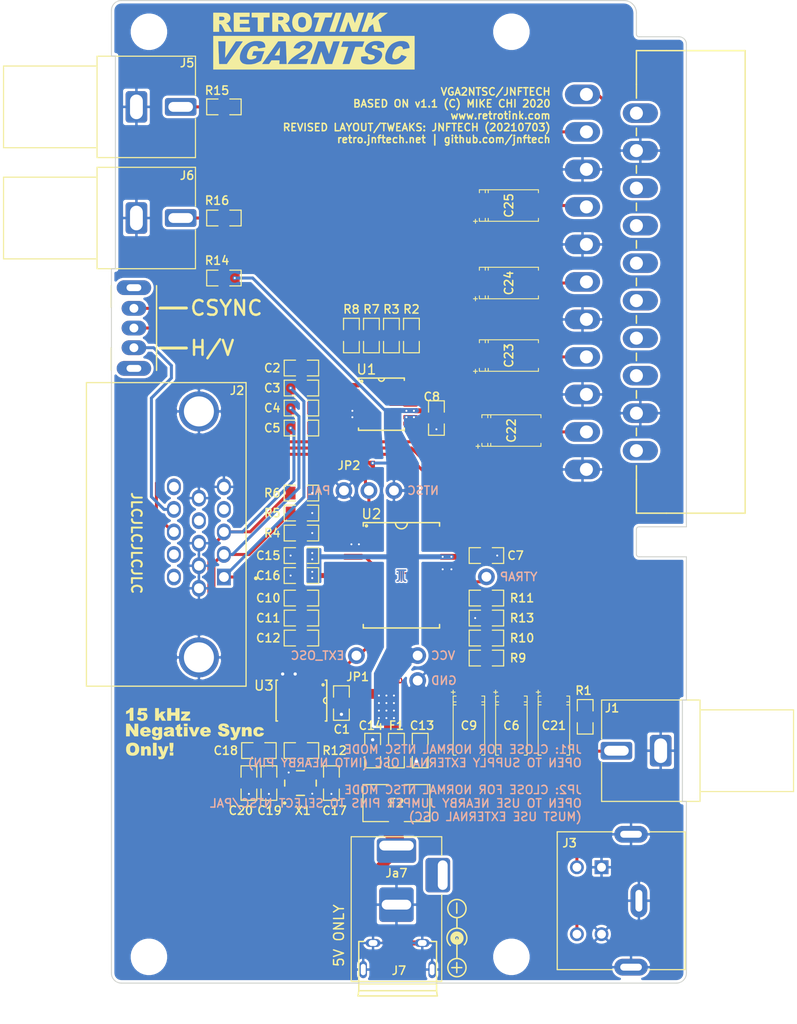
<source format=kicad_pcb>
(kicad_pcb (version 20171130) (host pcbnew "(5.1.8)-1")
  (layers (0 F.Cu signal) (31 B.Cu signal) (34 B.Paste user) (35 F.Paste user) (36 B.SilkS user) (37 F.SilkS user) (38 B.Mask user) (39 F.Mask user) (44 Edge.Cuts user))
  (net 0 "")
  (net 1 VCC)
  (net 2 GND)
  (net 3 "Net-(C2-Pad1)")
  (net 4 "Net-(C2-Pad2)")
  (net 5 /RIN)
  (net 6 "Net-(C3-Pad2)")
  (net 7 /GIN)
  (net 8 "Net-(C4-Pad2)")
  (net 9 /BIN)
  (net 10 "Net-(C5-Pad2)")
  (net 11 /LUMA_OUT)
  (net 12 "Net-(C6-Pad1)")
  (net 13 "Net-(C9-Pad1)")
  (net 14 /CHROMA_OUT)
  (net 15 "Net-(C10-Pad2)")
  (net 16 "Net-(C11-Pad2)")
  (net 17 "Net-(C12-Pad2)")
  (net 18 "Net-(C14-Pad1)")
  (net 19 "Net-(C17-Pad2)")
  (net 20 "Net-(C18-Pad1)")
  (net 21 "Net-(C18-Pad2)")
  (net 22 /CVBS_OUT)
  (net 23 "Net-(C21-Pad1)")
  (net 24 "Net-(C22-Pad1)")
  (net 25 /CSYNC_OUT)
  (net 26 /ROUT)
  (net 27 "Net-(C23-Pad1)")
  (net 28 "Net-(C24-Pad1)")
  (net 29 /GOUT)
  (net 30 /BOUT)
  (net 31 "Net-(C25-Pad1)")
  (net 32 "Net-(F2-Pad2)")
  (net 33 "Net-(J2-Pad15)")
  (net 34 /VS)
  (net 35 /HS)
  (net 36 "Net-(J2-Pad12)")
  (net 37 "Net-(J2-Pad11)")
  (net 38 "Net-(J2-Pad9)")
  (net 39 "Net-(J2-Pad4)")
  (net 40 "Net-(J4-Pad20)")
  (net 41 "Net-(J4-Pad16)")
  (net 42 "Net-(J4-Pad14)")
  (net 43 "Net-(J4-Pad12)")
  (net 44 "Net-(J4-Pad10)")
  (net 45 "Net-(J4-Pad8)")
  (net 46 "Net-(J4-Pad6)")
  (net 47 "Net-(J4-Pad3)")
  (net 48 "Net-(J4-Pad2)")
  (net 49 "Net-(J4-Pad1)")
  (net 50 "Net-(J5-Pad2B)")
  (net 51 "Net-(J6-Pad2B)")
  (net 52 "Net-(J7-Pad2)")
  (net 53 "Net-(J7-Pad3)")
  (net 54 "Net-(Ja7-Pad3)")
  (net 55 "Net-(R3-Pad1)")
  (net 56 "Net-(R7-Pad1)")
  (net 57 "Net-(R8-Pad1)")
  (net 58 "Net-(R9-Pad1)")
  (net 59 "Net-(R10-Pad1)")
  (net 60 "Net-(R11-Pad1)")
  (net 61 "Net-(U1-Pad8)")
  (net 62 "Net-(U1-Pad7)")
  (net 63 /CLOCK)
  (net 64 "Net-(J2-Pad14)")
  (net 65 "Net-(R14-Pad2)")
  (net 66 "Net-(JP1-Pad2)")
  (net 67 "Net-(JP2-Pad1)")
  (net 68 "Net-(P3-Pad1)")
  (net 69 "Net-(R1-Pad1)")
  (module VGA2NTSC:Crystal_4SMD-NL_3.2mmx2.5mm_HandSolder (layer F.Cu) (at 148.748 103.124 270)
    (fp_text reference X1 hide)
    (fp_text value XTAL hide)
    (pad 3 smd roundrect (at -1.075 -1.2) (size 1.4 1.4) (layers F.Cu F.Paste F.Mask) (roundrect_rratio 0.2) (net 19 "Net-(C17-Pad2)"))
    (pad 4 smd roundrect (at -1.075 1.2) (size 1.4 1.4) (layers F.Cu F.Paste F.Mask) (roundrect_rratio 0.2) (net 2 GND))
    (pad 2 smd roundrect (at 1.075 -1.2) (size 1.4 1.4) (layers F.Cu F.Paste F.Mask) (roundrect_rratio 0.2) (net 2 GND))
    (pad 1 smd rect (at 1.075 1.2) (size 1.4 1.4) (layers F.Cu F.Paste F.Mask) (net 21 "Net-(C18-Pad2)"))
  )
  (module VGA2NTSC:CP_Tantalum_Case-C_EIA-6032-28_JFT (layer F.Cu) (at 165.862 97.282 270)
    (fp_text reference C9 (at 0 0 180) (layer F.SilkS) (effects (font (size 0.85 0.85))))
    (fp_text value "Cap 220uf Case C")
    (pad 1 smd roundrect (at -2.6 0 270) (size 3.1 2.5) (layers F.Cu F.Paste F.Mask) (roundrect_rratio 0.1) (net 13 "Net-(C9-Pad1)"))
    (pad 2 smd roundrect (at 2.6 0 270) (size 3.1 2.5) (layers F.Cu F.Paste F.Mask) (roundrect_rratio 0.1) (net 14 /CHROMA_OUT))
  )
  (module VGA2NTSC:CP_Tantalum_Case-C_EIA-6032-28_JFT (layer F.Cu) (at 170.18 97.282 270)
    (fp_text reference C6 (at 0 0 180) (layer F.SilkS) (effects (font (size 0.85 0.85))))
    (fp_text value "Cap 220uf Case C")
    (pad 1 smd roundrect (at -2.6 0 270) (size 3.1 2.5) (layers F.Cu F.Paste F.Mask) (roundrect_rratio 0.1) (net 12 "Net-(C6-Pad1)"))
    (pad 2 smd roundrect (at 2.6 0 270) (size 3.1 2.5) (layers F.Cu F.Paste F.Mask) (roundrect_rratio 0.1) (net 11 /LUMA_OUT))
  )
  (module VGA2NTSC:JFTLOGO-1x1.3mm (layer B.Cu) (at 159.004 82.042 180)
    (fp_text reference G*** hide)
    (fp_text value LOGO hide)
    (fp_poly (pts (xy 0.492125 0.179161) (xy 0.340178 0.179161) (xy 0.340178 0.326572) (xy 0.492125 0.326572) (xy 0.492125 0.179161)) (layer B.Cu) (width 0.01))
    (fp_poly (pts (xy 0.490991 0.617992) (xy 0.491589 0.543719) (xy 0.492187 0.469447) (xy 0.28575 0.469447) (xy 0.285782 0.106023) (xy 0.2858 0.062284) (xy 0.285845 0.019882) (xy 0.285916 -0.020937) (xy 0.286011 -0.059929) (xy 0.286129 -0.096849) (xy 0.286269 -0.131454) (xy 0.286429 -0.163498) (xy 0.286609 -0.192737) (xy 0.286806 -0.218926) (xy 0.287019 -0.241821) (xy 0.287247 -0.261178) (xy 0.287488 -0.276752) (xy 0.287742 -0.288299) (xy 0.288006 -0.295573) (xy 0.288027 -0.295955) (xy 0.290656 -0.331148) (xy 0.294269 -0.3625) (xy 0.298842 -0.38988) (xy 0.304351 -0.413156) (xy 0.310771 -0.432197) (xy 0.315495 -0.442382) (xy 0.326643 -0.458511) (xy 0.34152 -0.472087) (xy 0.360095 -0.483097) (xy 0.382339 -0.491532) (xy 0.408224 -0.497378) (xy 0.43772 -0.500623) (xy 0.46092 -0.501343) (xy 0.492192 -0.501414) (xy 0.491591 -0.568774) (xy 0.490991 -0.636133) (xy 0.47058 -0.636836) (xy 0.460088 -0.636911) (xy 0.446822 -0.636588) (xy 0.43252 -0.635929) (xy 0.419553 -0.635046) (xy 0.380056 -0.630342) (xy 0.344106 -0.622928) (xy 0.311577 -0.61276) (xy 0.282346 -0.599789) (xy 0.256287 -0.583971) (xy 0.234977 -0.566837) (xy 0.215656 -0.546172) (xy 0.198361 -0.52146) (xy 0.183098 -0.492712) (xy 0.169871 -0.459939) (xy 0.158685 -0.423155) (xy 0.149544 -0.382371) (xy 0.142455 -0.3376) (xy 0.141363 -0.328839) (xy 0.140856 -0.324295) (xy 0.140392 -0.319382) (xy 0.139969 -0.313882) (xy 0.139584 -0.307578) (xy 0.139236 -0.30025) (xy 0.138922 -0.291683) (xy 0.138639 -0.281656) (xy 0.138384 -0.269954) (xy 0.138156 -0.256356) (xy 0.137952 -0.240647) (xy 0.137769 -0.222607) (xy 0.137605 -0.202019) (xy 0.137457 -0.178665) (xy 0.137323 -0.152328) (xy 0.137201 -0.122788) (xy 0.137088 -0.089828) (xy 0.136981 -0.05323) (xy 0.136879 -0.012777) (xy 0.136778 0.03175) (xy 0.136676 0.080568) (xy 0.136664 0.086746) (xy 0.135898 0.469447) (xy 0.079384 0.469447) (xy 0.078812 -0.07654) (xy 0.078241 -0.622526) (xy 0.003968 -0.623124) (xy -0.070304 -0.623722) (xy -0.070304 0.469447) (xy -0.133631 0.469447) (xy -0.134397 0.086746) (xy -0.134497 0.036297) (xy -0.13459 -0.009844) (xy -0.134685 -0.051904) (xy -0.134787 -0.090109) (xy -0.134905 -0.124688) (xy -0.135046 -0.155867) (xy -0.135216 -0.183874) (xy -0.135423 -0.208935) (xy -0.135675 -0.231279) (xy -0.135978 -0.251132) (xy -0.136339 -0.268721) (xy -0.136767 -0.284274) (xy -0.137268 -0.298019) (xy -0.137849 -0.310181) (xy -0.138518 -0.320988) (xy -0.139281 -0.330669) (xy -0.140147 -0.339449) (xy -0.141122 -0.347556) (xy -0.142213 -0.355217) (xy -0.143429 -0.36266) (xy -0.144775 -0.370111) (xy -0.146259 -0.377799) (xy -0.147889 -0.385949) (xy -0.149671 -0.39479) (xy -0.149721 -0.395035) (xy -0.158811 -0.433468) (xy -0.169872 -0.46793) (xy -0.182972 -0.498568) (xy -0.198182 -0.525528) (xy -0.215572 -0.548959) (xy -0.23017 -0.564384) (xy -0.251962 -0.582665) (xy -0.276001 -0.59813) (xy -0.30256 -0.610868) (xy -0.331914 -0.620974) (xy -0.364338 -0.628537) (xy -0.400106 -0.633651) (xy -0.439493 -0.636406) (xy -0.446201 -0.636636) (xy -0.489857 -0.63793) (xy -0.489857 -0.501164) (xy -0.474549 -0.502541) (xy -0.462085 -0.502953) (xy -0.446676 -0.502394) (xy -0.429778 -0.501003) (xy -0.412844 -0.498918) (xy -0.397329 -0.496278) (xy -0.388745 -0.494343) (xy -0.367637 -0.487802) (xy -0.349841 -0.4796) (xy -0.335004 -0.46932) (xy -0.322768 -0.456541) (xy -0.312781 -0.440844) (xy -0.304685 -0.421808) (xy -0.298126 -0.399013) (xy -0.294763 -0.383267) (xy -0.29357 -0.376999) (xy -0.292478 -0.371032) (xy -0.291483 -0.365148) (xy -0.29058 -0.35913) (xy -0.289763 -0.352759) (xy -0.289028 -0.345815) (xy -0.28837 -0.338081) (xy -0.287783 -0.329337) (xy -0.287263 -0.319367) (xy -0.286804 -0.30795) (xy -0.286402 -0.294868) (xy -0.286052 -0.279904) (xy -0.285748 -0.262838) (xy -0.285485 -0.243451) (xy -0.285259 -0.221526) (xy -0.285064 -0.196844) (xy -0.284896 -0.169186) (xy -0.284749 -0.138334) (xy -0.284619 -0.10407) (xy -0.284499 -0.066174) (xy -0.284386 -0.024428) (xy -0.284275 0.021386) (xy -0.28416 0.071487) (xy -0.284143 0.078809) (xy -0.283257 0.469447) (xy -0.489857 0.469447) (xy -0.489857 0.619136) (xy 0.490991 0.617992)) (layer B.Cu) (width 0.01))
  )
  (module VGA2NTSC:JFTLOGO-1x1.3mm (layer F.Cu) (at 159.004 82.042)
    (fp_text reference G*** hide)
    (fp_text value LOGO hide)
    (fp_poly (pts (xy 0.492125 -0.179161) (xy 0.340178 -0.179161) (xy 0.340178 -0.326572) (xy 0.492125 -0.326572) (xy 0.492125 -0.179161)) (layer F.Cu) (width 0.01))
    (fp_poly (pts (xy 0.490991 -0.617992) (xy 0.491589 -0.543719) (xy 0.492187 -0.469447) (xy 0.28575 -0.469447) (xy 0.285782 -0.106023) (xy 0.2858 -0.062284) (xy 0.285845 -0.019882) (xy 0.285916 0.020937) (xy 0.286011 0.059929) (xy 0.286129 0.096849) (xy 0.286269 0.131454) (xy 0.286429 0.163498) (xy 0.286609 0.192737) (xy 0.286806 0.218926) (xy 0.287019 0.241821) (xy 0.287247 0.261178) (xy 0.287488 0.276752) (xy 0.287742 0.288299) (xy 0.288006 0.295573) (xy 0.288027 0.295955) (xy 0.290656 0.331148) (xy 0.294269 0.3625) (xy 0.298842 0.38988) (xy 0.304351 0.413156) (xy 0.310771 0.432197) (xy 0.315495 0.442382) (xy 0.326643 0.458511) (xy 0.34152 0.472087) (xy 0.360095 0.483097) (xy 0.382339 0.491532) (xy 0.408224 0.497378) (xy 0.43772 0.500623) (xy 0.46092 0.501343) (xy 0.492192 0.501414) (xy 0.491591 0.568774) (xy 0.490991 0.636133) (xy 0.47058 0.636836) (xy 0.460088 0.636911) (xy 0.446822 0.636588) (xy 0.43252 0.635929) (xy 0.419553 0.635046) (xy 0.380056 0.630342) (xy 0.344106 0.622928) (xy 0.311577 0.61276) (xy 0.282346 0.599789) (xy 0.256287 0.583971) (xy 0.234977 0.566837) (xy 0.215656 0.546172) (xy 0.198361 0.52146) (xy 0.183098 0.492712) (xy 0.169871 0.459939) (xy 0.158685 0.423155) (xy 0.149544 0.382371) (xy 0.142455 0.3376) (xy 0.141363 0.328839) (xy 0.140856 0.324295) (xy 0.140392 0.319382) (xy 0.139969 0.313882) (xy 0.139584 0.307578) (xy 0.139236 0.30025) (xy 0.138922 0.291683) (xy 0.138639 0.281656) (xy 0.138384 0.269954) (xy 0.138156 0.256356) (xy 0.137952 0.240647) (xy 0.137769 0.222607) (xy 0.137605 0.202019) (xy 0.137457 0.178665) (xy 0.137323 0.152328) (xy 0.137201 0.122788) (xy 0.137088 0.089828) (xy 0.136981 0.05323) (xy 0.136879 0.012777) (xy 0.136778 -0.03175) (xy 0.136676 -0.080568) (xy 0.136664 -0.086746) (xy 0.135898 -0.469447) (xy 0.079384 -0.469447) (xy 0.078812 0.07654) (xy 0.078241 0.622526) (xy 0.003968 0.623124) (xy -0.070304 0.623722) (xy -0.070304 -0.469447) (xy -0.133631 -0.469447) (xy -0.134397 -0.086746) (xy -0.134497 -0.036297) (xy -0.13459 0.009844) (xy -0.134685 0.051904) (xy -0.134787 0.090109) (xy -0.134905 0.124688) (xy -0.135046 0.155867) (xy -0.135216 0.183874) (xy -0.135423 0.208935) (xy -0.135675 0.231279) (xy -0.135978 0.251132) (xy -0.136339 0.268721) (xy -0.136767 0.284274) (xy -0.137268 0.298019) (xy -0.137849 0.310181) (xy -0.138518 0.320988) (xy -0.139281 0.330669) (xy -0.140147 0.339449) (xy -0.141122 0.347556) (xy -0.142213 0.355217) (xy -0.143429 0.36266) (xy -0.144775 0.370111) (xy -0.146259 0.377799) (xy -0.147889 0.385949) (xy -0.149671 0.39479) (xy -0.149721 0.395035) (xy -0.158811 0.433468) (xy -0.169872 0.46793) (xy -0.182972 0.498568) (xy -0.198182 0.525528) (xy -0.215572 0.548959) (xy -0.23017 0.564384) (xy -0.251962 0.582665) (xy -0.276001 0.59813) (xy -0.30256 0.610868) (xy -0.331914 0.620974) (xy -0.364338 0.628537) (xy -0.400106 0.633651) (xy -0.439493 0.636406) (xy -0.446201 0.636636) (xy -0.489857 0.63793) (xy -0.489857 0.501164) (xy -0.474549 0.502541) (xy -0.462085 0.502953) (xy -0.446676 0.502394) (xy -0.429778 0.501003) (xy -0.412844 0.498918) (xy -0.397329 0.496278) (xy -0.388745 0.494343) (xy -0.367637 0.487802) (xy -0.349841 0.4796) (xy -0.335004 0.46932) (xy -0.322768 0.456541) (xy -0.312781 0.440844) (xy -0.304685 0.421808) (xy -0.298126 0.399013) (xy -0.294763 0.383267) (xy -0.29357 0.376999) (xy -0.292478 0.371032) (xy -0.291483 0.365148) (xy -0.29058 0.35913) (xy -0.289763 0.352759) (xy -0.289028 0.345815) (xy -0.28837 0.338081) (xy -0.287783 0.329337) (xy -0.287263 0.319367) (xy -0.286804 0.30795) (xy -0.286402 0.294868) (xy -0.286052 0.279904) (xy -0.285748 0.262838) (xy -0.285485 0.243451) (xy -0.285259 0.221526) (xy -0.285064 0.196844) (xy -0.284896 0.169186) (xy -0.284749 0.138334) (xy -0.284619 0.10407) (xy -0.284499 0.066174) (xy -0.284386 0.024428) (xy -0.284275 -0.021386) (xy -0.28416 -0.071487) (xy -0.284143 -0.078809) (xy -0.283257 -0.469447) (xy -0.489857 -0.469447) (xy -0.489857 -0.619136) (xy 0.490991 -0.617992)) (layer F.Cu) (width 0.01))
  )
  (module VGA2NTSC:Logo_RetroTink_VGA2NTSC (layer F.Cu) (at 150.241 30.226)
    (fp_text reference G*** hide)
    (fp_text value LOGO hide)
  )
  (module VGA2NTSC:Logo_15khzNegativeSyncOnly (layer F.Cu) (at 138.049 98.044)
    (fp_text reference G*** hide)
    (fp_text value LOGO hide)
  )
  (module Symbols:Symbol_Barrel_Polarity (layer F.Cu) (at 164.719 118.872 270)
    (fp_text reference REF** hide)
    (fp_text value Symbol_Barrel_Polarity)
  )
  (module VGA2NTSC:SOIC-8_3.9x4.9mm_Pitch1.27mm-JFT (layer F.Cu) (at 148.844 94.742 270)
    (fp_text reference U3 (at -1.524 3.81 180) (layer F.SilkS))
    (fp_text value OSC/DIV)
    (pad 1 smd roundrect (at -2.7 -1.905 270) (size 1.55 0.6) (layers F.Cu F.Paste F.Mask) (roundrect_rratio 0.2) (net 66 "Net-(JP1-Pad2)"))
    (pad 2 smd roundrect (at -2.7 -0.635 270) (size 1.55 0.6) (layers F.Cu F.Paste F.Mask) (roundrect_rratio 0.2) (net 1 VCC))
    (pad 3 smd roundrect (at -2.7 0.635 270) (size 1.55 0.6) (layers F.Cu F.Paste F.Mask) (roundrect_rratio 0.2) (net 2 GND))
    (pad 4 smd roundrect (at -2.7 1.905 270) (size 1.55 0.6) (layers F.Cu F.Paste F.Mask) (roundrect_rratio 0.2) (net 2 GND))
    (pad 5 smd roundrect (at 2.7 1.905 270) (size 1.55 0.6) (layers F.Cu F.Paste F.Mask) (roundrect_rratio 0.2) (net 1 VCC))
    (pad 6 smd roundrect (at 2.7 0.635 270) (size 1.55 0.6) (layers F.Cu F.Paste F.Mask) (roundrect_rratio 0.2) (net 20 "Net-(C18-Pad1)"))
    (pad 7 smd roundrect (at 2.7 -0.635 270) (size 1.55 0.6) (layers F.Cu F.Paste F.Mask) (roundrect_rratio 0.2) (net 19 "Net-(C17-Pad2)"))
    (pad 8 smd roundrect (at 2.7 -1.905 270) (size 1.55 0.6) (layers F.Cu F.Paste F.Mask) (roundrect_rratio 0.2) (net 1 VCC))
  )
  (module VGA2NTSC:SOIC-16W_7.5x10.3mm_Pitch1.27mm_HS (layer F.Cu) (at 159.004 82.042)
    (fp_text reference U2 (at -3.048 -6.25) (layer F.SilkS))
    (fp_text value Encoder)
    (pad 1 smd roundrect (at -4.9 -4.445) (size 2 0.6) (layers F.Cu F.Paste F.Mask) (roundrect_rratio 0.2) (net 67 "Net-(JP2-Pad1)"))
    (pad 2 smd roundrect (at -4.9 -3.175) (size 2 0.6) (layers F.Cu F.Paste F.Mask) (roundrect_rratio 0.2) (net 2 GND))
    (pad 3 smd roundrect (at -4.9 -1.905) (size 2 0.6) (layers F.Cu F.Paste F.Mask) (roundrect_rratio 0.2) (net 63 /CLOCK))
    (pad 4 smd roundrect (at -4.9 -0.635) (size 2 0.6) (layers F.Cu F.Paste F.Mask) (roundrect_rratio 0.2) (net 1 VCC))
    (pad 5 smd roundrect (at -4.9 0.635) (size 2 0.6) (layers F.Cu F.Paste F.Mask) (roundrect_rratio 0.2) (net 1 VCC))
    (pad 6 smd roundrect (at -4.9 1.905) (size 2 0.6) (layers F.Cu F.Paste F.Mask) (roundrect_rratio 0.2) (net 15 "Net-(C10-Pad2)"))
    (pad 7 smd roundrect (at -4.9 3.175) (size 2 0.6) (layers F.Cu F.Paste F.Mask) (roundrect_rratio 0.2) (net 16 "Net-(C11-Pad2)"))
    (pad 8 smd roundrect (at -4.9 4.445) (size 2 0.6) (layers F.Cu F.Paste F.Mask) (roundrect_rratio 0.2) (net 17 "Net-(C12-Pad2)"))
    (pad 9 smd roundrect (at 4.9 4.445) (size 2 0.6) (layers F.Cu F.Paste F.Mask) (roundrect_rratio 0.2) (net 59 "Net-(R10-Pad1)"))
    (pad 10 smd roundrect (at 4.9 3.175) (size 2 0.6) (layers F.Cu F.Paste F.Mask) (roundrect_rratio 0.2) (net 60 "Net-(R11-Pad1)"))
    (pad 11 smd roundrect (at 4.9 1.905) (size 2 0.6) (layers F.Cu F.Paste F.Mask) (roundrect_rratio 0.2) (net 58 "Net-(R9-Pad1)"))
    (pad 12 smd roundrect (at 4.9 0.635) (size 2 0.6) (layers F.Cu F.Paste F.Mask) (roundrect_rratio 0.2) (net 68 "Net-(P3-Pad1)"))
    (pad 13 smd roundrect (at 4.9 -0.635) (size 2 0.6) (layers F.Cu F.Paste F.Mask) (roundrect_rratio 0.2) (net 2 GND))
    (pad 14 smd roundrect (at 4.9 -1.905) (size 2 0.6) (layers F.Cu F.Paste F.Mask) (roundrect_rratio 0.2) (net 1 VCC))
    (pad 15 smd roundrect (at 4.9 -3.175) (size 2 0.6) (layers F.Cu F.Paste F.Mask) (roundrect_rratio 0.2) (net 34 /VS))
    (pad 16 smd roundrect (at 4.9 -4.445) (size 2 0.6) (layers F.Cu F.Paste F.Mask) (roundrect_rratio 0.2) (net 35 /HS))
  )
  (module VGA2NTSC:TSSOP-14_4.4x5mm_Pitch0.65mm-JFT (layer F.Cu) (at 156.972 64.656)
    (fp_text reference U1 (at -1.524 -3.55) (layer F.SilkS))
    (fp_text value "Video Buffer")
    (pad 14 smd roundrect (at 2.95 -1.95) (size 1.45 0.45) (layers F.Cu F.Paste F.Mask) (roundrect_rratio 0.2) (net 69 "Net-(R1-Pad1)"))
    (pad 13 smd roundrect (at 2.95 -1.3) (size 1.45 0.45) (layers F.Cu F.Paste F.Mask) (roundrect_rratio 0.2) (net 55 "Net-(R3-Pad1)"))
    (pad 12 smd roundrect (at 2.95 -0.65) (size 1.45 0.45) (layers F.Cu F.Paste F.Mask) (roundrect_rratio 0.2) (net 56 "Net-(R7-Pad1)"))
    (pad 11 smd roundrect (at 2.95 0) (size 1.45 0.45) (layers F.Cu F.Paste F.Mask) (roundrect_rratio 0.2) (net 57 "Net-(R8-Pad1)"))
    (pad 10 smd roundrect (at 2.95 0.65) (size 1.45 0.45) (layers F.Cu F.Paste F.Mask) (roundrect_rratio 0.2) (net 1 VCC))
    (pad 9 smd roundrect (at 2.95 1.3) (size 1.45 0.45) (layers F.Cu F.Paste F.Mask) (roundrect_rratio 0.2) (net 2 GND))
    (pad 8 smd roundrect (at 2.95 1.95) (size 1.45 0.45) (layers F.Cu F.Paste F.Mask) (roundrect_rratio 0.2) (net 61 "Net-(U1-Pad8)"))
    (pad 7 smd roundrect (at -2.95 1.95) (size 1.45 0.45) (layers F.Cu F.Paste F.Mask) (roundrect_rratio 0.2) (net 62 "Net-(U1-Pad7)"))
    (pad 6 smd roundrect (at -2.95 1.3) (size 1.45 0.45) (layers F.Cu F.Paste F.Mask) (roundrect_rratio 0.2) (net 2 GND))
    (pad 5 smd roundrect (at -2.95 0.65) (size 1.45 0.45) (layers F.Cu F.Paste F.Mask) (roundrect_rratio 0.2) (net 2 GND))
    (pad 4 smd roundrect (at -2.95 0) (size 1.45 0.45) (layers F.Cu F.Paste F.Mask) (roundrect_rratio 0.2) (net 10 "Net-(C5-Pad2)"))
    (pad 3 smd roundrect (at -2.95 -0.65) (size 1.45 0.45) (layers F.Cu F.Paste F.Mask) (roundrect_rratio 0.2) (net 8 "Net-(C4-Pad2)"))
    (pad 2 smd roundrect (at -2.95 -1.3) (size 1.45 0.45) (layers F.Cu F.Paste F.Mask) (roundrect_rratio 0.2) (net 6 "Net-(C3-Pad2)"))
    (pad 1 smd roundrect (at -2.95 -1.95) (size 1.45 0.45) (layers F.Cu F.Paste F.Mask) (roundrect_rratio 0.2) (net 4 "Net-(C2-Pad2)"))
  )
  (module VGA2NTSC:Connector_MicroUSB_Amp10118194-0001LF (layer F.Cu) (at 158.623 119.368)
    (fp_text reference J7 hide)
    (fp_text value "Micro USB" hide)
    (pad 7 thru_hole oval (at -2.5 0 90) (size 0.8 1.5) (drill oval 0.6 0.9) (layers *.Cu *.Mask) (net 2 GND))
    (pad 8 thru_hole oval (at 2.5 0 90) (size 0.8 1.5) (drill oval 0.6 0.9) (layers *.Cu *.Mask) (net 2 GND))
    (pad 6 thru_hole oval (at -3.5 2.7 180) (size 0.75 1.75) (drill oval 0.5 1.15) (layers *.Cu *.Mask) (net 2 GND))
    (pad 9 thru_hole oval (at 3.5 2.7 180) (size 0.75 1.75) (drill oval 0.5 1.15) (layers *.Cu *.Mask) (net 2 GND))
    (pad 5 smd rect (at 1.3 0 90) (size 1.5 0.4) (layers F.Cu F.Paste F.Mask) (net 2 GND))
    (pad 1 smd rect (at -1.3 0 90) (size 1.5 0.4) (layers F.Cu F.Paste F.Mask) (net 32 "Net-(F2-Pad2)"))
    (pad 2 smd rect (at -0.65 0 90) (size 1.5 0.4) (layers F.Cu F.Paste F.Mask) (net 52 "Net-(J7-Pad2)"))
    (pad 4 smd rect (at 0.65 0 90) (size 1.5 0.4) (layers F.Cu F.Paste F.Mask) (net 2 GND))
    (pad 3 smd rect (at 0 0 90) (size 1.5 0.4) (layers F.Cu F.Paste F.Mask) (net 53 "Net-(J7-Pad3)"))
  )
  (module VGA2NTSC:CUI_MD-40SM_VGA2NTSC (layer F.Cu) (at 187.834 115.075)
    (fp_text reference J3 hide)
    (fp_text value MD-40SM hide)
    (pad 4 thru_hole circle (at -11 3.4 270) (size 1.408 1.408) (drill 0.9) (layers *.Cu *.Mask) (net 14 /CHROMA_OUT))
    (pad 2 thru_hole circle (at -8.5 3.4 270) (size 1.408 1.408) (drill 0.9) (layers *.Cu *.Mask) (net 2 GND))
    (pad 1 thru_hole rect (at -8.5 -3.4 270) (size 1.408 1.408) (drill 0.9) (layers *.Cu *.Mask) (net 2 GND))
    (pad 3 thru_hole circle (at -11 -3.4 270) (size 1.408 1.408) (drill 0.9) (layers *.Cu *.Mask) (net 11 /LUMA_OUT))
    (pad MH3 thru_hole oval (at -5.5 6.75 270) (size 1.7 3.4) (drill oval 0.7 2.2) (layers *.Cu *.Mask) (net 2 GND))
    (pad MH2 thru_hole oval (at -4.7 0 270) (size 3.4 1.7) (drill oval 2.2 0.7) (layers *.Cu *.Mask) (net 2 GND))
    (pad MH1 thru_hole oval (at -5.5 -6.75 270) (size 1.7 3.4) (drill oval 0.7 2.2) (layers *.Cu *.Mask) (net 2 GND))
  )
  (module VGA2NTSC:AMPHENOL_L77HDE15SD1CH4F_Drill1SizeOval (layer F.Cu) (at 138.43 77.61001 270)
    (fp_text reference J2 hide)
    (fp_text value ~ hide)
    (pad 17 thru_hole oval (at 12.745 0 270) (size 4.066 4.066) (drill 3.05) (layers *.Cu *.Mask) (net 2 GND))
    (pad 16 thru_hole oval (at -12.245 0 270) (size 4.066 4.066) (drill 3.05) (layers *.Cu *.Mask) (net 2 GND))
    (pad 15 thru_hole oval (at -4.58 2.54 270) (size 1.7 1.4) (drill 1) (layers *.Cu *.Mask) (net 33 "Net-(J2-Pad15)"))
    (pad 14 thru_hole oval (at -2.29 2.54 270) (size 1.7 1.4) (drill 1) (layers *.Cu *.Mask) (net 64 "Net-(J2-Pad14)"))
    (pad 13 thru_hole oval (at 0 2.54 270) (size 1.7 1.4) (drill 1) (layers *.Cu *.Mask) (net 35 /HS))
    (pad 12 thru_hole oval (at 2.29 2.54 270) (size 1.7 1.4) (drill 1) (layers *.Cu *.Mask) (net 36 "Net-(J2-Pad12)"))
    (pad 11 thru_hole oval (at 4.58 2.54 270) (size 1.7 1.4) (drill 1) (layers *.Cu *.Mask) (net 37 "Net-(J2-Pad11)"))
    (pad 10 thru_hole oval (at -3.435 0 270) (size 1.7 1.4) (drill 1) (layers *.Cu *.Mask) (net 2 GND))
    (pad 9 thru_hole oval (at -1.145 0 270) (size 1.7 1.4) (drill 1) (layers *.Cu *.Mask) (net 38 "Net-(J2-Pad9)"))
    (pad 8 thru_hole oval (at 1.145 0 270) (size 1.7 1.4) (drill 1) (layers *.Cu *.Mask) (net 2 GND))
    (pad 7 thru_hole oval (at 3.435 0 270) (size 1.7 1.4) (drill 1) (layers *.Cu *.Mask) (net 2 GND))
    (pad 6 thru_hole oval (at 5.725 0 270) (size 1.7 1.4) (drill 1) (layers *.Cu *.Mask) (net 2 GND))
    (pad 5 thru_hole oval (at -4.58 -2.54 270) (size 1.7 1.4) (drill 1) (layers *.Cu *.Mask) (net 2 GND))
    (pad 4 thru_hole oval (at -2.29 -2.54 270) (size 1.7 1.4) (drill 1) (layers *.Cu *.Mask) (net 39 "Net-(J2-Pad4)"))
    (pad 3 thru_hole oval (at 0 -2.54 270) (size 1.7 1.4) (drill 1) (layers *.Cu *.Mask) (net 9 /BIN))
    (pad 2 thru_hole oval (at 2.29 -2.54 270) (size 1.7 1.4) (drill 1) (layers *.Cu *.Mask) (net 7 /GIN))
    (pad 1 thru_hole rect (at 4.58 -2.54 270) (size 1.7 1.4) (drill 1) (layers *.Cu *.Mask) (net 5 /RIN))
  )
  (module VGA2NTSC:R_0805_1mm (layer F.Cu) (at 148.844 82.042)
    (fp_text reference C16 hide)
    (fp_text value 0.1uF hide)
    (pad 1 smd rect (at -1.1 0) (size 1 1.3) (layers F.Cu F.Paste F.Mask) (net 2 GND))
    (pad 2 smd rect (at 1.1 0) (size 1 1.3) (layers F.Cu F.Paste F.Mask) (net 1 VCC))
  )
  (module VGA2NTSC:R_1812_1206-JFT (layer F.Cu) (at 158.496 105.156 180)
    (fp_text reference F2 hide)
    (fp_text value "PTC 500mA" hide)
    (pad 1 smd rect (at -2.24 0 180) (size 2 3.5) (layers F.Cu F.Paste F.Mask) (net 18 "Net-(C14-Pad1)"))
    (pad 2 smd rect (at 2.24 0 180) (size 2 3.5) (layers F.Cu F.Paste F.Mask) (net 32 "Net-(F2-Pad2)"))
  )
  (module VGA2NTSC:BARREL_JACK-JFT (layer F.Cu) (at 158.5 109.474 90)
    (fp_text reference Ja7 (at -2.794 0 180) (layer F.SilkS) (effects (font (size 0.85 0.85))))
    (fp_text value Barrel_Jack_Switch)
    (pad 3 thru_hole roundrect (at -3 4.7 90) (size 3.5 2.5) (drill oval 3 1 (offset 0 -0.5)) (layers *.Cu *.Mask) (roundrect_rratio 0.14) (net 54 "Net-(Ja7-Pad3)"))
    (pad 2 thru_hole roundrect (at -6 0 90) (size 3.5 3.5) (drill oval 1 3) (layers *.Cu *.Mask) (roundrect_rratio 0.1) (net 2 GND))
    (pad 1 thru_hole roundrect (at 0 0 90) (size 2.5 4) (drill oval 1 3.5 (offset -0.5 0)) (layers *.Cu *.Mask) (roundrect_rratio 0.14) (net 32 "Net-(F2-Pad2)"))
  )
  (module VGA2NTSC:MountingHole_3.2mm_M3_NPTH (layer F.Cu) (at 133.35 120.777)
    (fp_text reference REF** hide)
    (fp_text value MountingHole_3.2mm_M3_NPTH)
    (pad "" np_thru_hole circle (at 0 0) (size 3.2 3.2) (drill 3.2) (layers *.Cu *.Mask))
  )
  (module VGA2NTSC:MountingHole_3.2mm_M3_NPTH (layer F.Cu) (at 170.18 120.777)
    (fp_text reference REF** hide)
    (fp_text value MountingHole_3.2mm_M3_NPTH)
    (pad "" np_thru_hole circle (at 0 0) (size 3.2 3.2) (drill 3.2) (layers *.Cu *.Mask))
  )
  (module VGA2NTSC:MountingHole_3.2mm_M3_NPTH (layer F.Cu) (at 170.18 26.797)
    (fp_text reference REF** hide)
    (fp_text value MountingHole_3.2mm_M3_NPTH)
    (pad "" np_thru_hole circle (at 0 0) (size 3.2 3.2) (drill 3.2) (layers *.Cu *.Mask))
  )
  (module VGA2NTSC:MountingHole_3.2mm_M3_NPTH (layer F.Cu) (at 133.35 26.797)
    (fp_text reference REF** hide)
    (fp_text value MountingHole_3.2mm_M3_NPTH)
    (pad "" np_thru_hole circle (at 0 0) (size 3.2 3.2) (drill 3.2) (layers *.Cu *.Mask))
  )
  (module VGA2NTSC:R_0805_1mm (layer F.Cu) (at 148.844 80.01 180)
    (fp_text reference C15 hide)
    (fp_text value 10uF hide)
    (pad 1 smd rect (at -1.1 0 180) (size 1 1.3) (layers F.Cu F.Paste F.Mask) (net 1 VCC))
    (pad 2 smd rect (at 1.1 0 180) (size 1 1.3) (layers F.Cu F.Paste F.Mask) (net 2 GND))
  )
  (module VGA2NTSC:R_0805_1mm (layer F.Cu) (at 156.083 99.822 90)
    (fp_text reference C14 hide)
    (fp_text value 10uf hide)
    (pad 1 smd rect (at -1.1 0 90) (size 1 1.3) (layers F.Cu F.Paste F.Mask) (net 18 "Net-(C14-Pad1)"))
    (pad 2 smd rect (at 1.1 0 90) (size 1 1.3) (layers F.Cu F.Paste F.Mask) (net 2 GND))
  )
  (module VGA2NTSC:R_0805_1mm (layer F.Cu) (at 160.909 99.822 270)
    (fp_text reference C13 hide)
    (fp_text value 10uf hide)
    (pad 1 smd rect (at -1.1 0 270) (size 1 1.3) (layers F.Cu F.Paste F.Mask) (net 1 VCC))
    (pad 2 smd rect (at 1.1 0 270) (size 1 1.3) (layers F.Cu F.Paste F.Mask) (net 2 GND))
  )
  (module VGA2NTSC:R_0805_1mm (layer F.Cu) (at 143.51 103.124 90)
    (fp_text reference C20 hide)
    (fp_text value 47pF hide)
    (pad 1 smd rect (at -1.1 0 90) (size 1 1.3) (layers F.Cu F.Paste F.Mask) (net 2 GND))
    (pad 2 smd rect (at 1.1 0 90) (size 1 1.3) (layers F.Cu F.Paste F.Mask) (net 21 "Net-(C18-Pad2)"))
  )
  (module VGA2NTSC:R_0805_1mm (layer F.Cu) (at 145.542 103.124 90)
    (fp_text reference C19 hide)
    (fp_text value 47pF hide)
    (pad 1 smd rect (at -1.1 0 90) (size 1 1.3) (layers F.Cu F.Paste F.Mask) (net 2 GND))
    (pad 2 smd rect (at 1.1 0 90) (size 1 1.3) (layers F.Cu F.Paste F.Mask) (net 21 "Net-(C18-Pad2)"))
  )
  (module VGA2NTSC:R_0805_1mm (layer F.Cu) (at 144.526 99.822 180)
    (fp_text reference C18 hide)
    (fp_text value 47pF hide)
    (pad 1 smd rect (at -1.1 0 180) (size 1 1.3) (layers F.Cu F.Paste F.Mask) (net 20 "Net-(C18-Pad1)"))
    (pad 2 smd rect (at 1.1 0 180) (size 1 1.3) (layers F.Cu F.Paste F.Mask) (net 21 "Net-(C18-Pad2)"))
  )
  (module VGA2NTSC:R_0805_1mm (layer F.Cu) (at 151.892 103.124 90)
    (fp_text reference C17 hide)
    (fp_text value 18pF hide)
    (pad 1 smd rect (at -1.1 0 90) (size 1 1.3) (layers F.Cu F.Paste F.Mask) (net 2 GND))
    (pad 2 smd rect (at 1.1 0 90) (size 1 1.3) (layers F.Cu F.Paste F.Mask) (net 19 "Net-(C17-Pad2)"))
  )
  (module VGA2NTSC:R_0805_1mm (layer F.Cu) (at 158.496 99.822 270)
    (fp_text reference F1 hide)
    (fp_text value "Ferrite Bead" hide)
    (pad 1 smd rect (at -1.1 0 270) (size 1 1.3) (layers F.Cu F.Paste F.Mask) (net 1 VCC))
    (pad 2 smd rect (at 1.1 0 270) (size 1 1.3) (layers F.Cu F.Paste F.Mask) (net 18 "Net-(C14-Pad1)"))
  )
  (module VGA2NTSC:R_0805_1mm (layer F.Cu) (at 148.844 88.392)
    (fp_text reference C12 hide)
    (fp_text value 0.1uF hide)
    (pad 1 smd rect (at -1.1 0) (size 1 1.3) (layers F.Cu F.Paste F.Mask) (net 9 /BIN))
    (pad 2 smd rect (at 1.1 0) (size 1 1.3) (layers F.Cu F.Paste F.Mask) (net 17 "Net-(C12-Pad2)"))
  )
  (module VGA2NTSC:R_0805_1mm (layer F.Cu) (at 148.844 86.36)
    (fp_text reference C11 hide)
    (fp_text value 0.1uF hide)
    (pad 1 smd rect (at -1.1 0) (size 1 1.3) (layers F.Cu F.Paste F.Mask) (net 7 /GIN))
    (pad 2 smd rect (at 1.1 0) (size 1 1.3) (layers F.Cu F.Paste F.Mask) (net 16 "Net-(C11-Pad2)"))
  )
  (module VGA2NTSC:R_0805_1mm (layer F.Cu) (at 148.844 84.328)
    (fp_text reference C10 hide)
    (fp_text value 0.1uF hide)
    (pad 1 smd rect (at -1.1 0) (size 1 1.3) (layers F.Cu F.Paste F.Mask) (net 5 /RIN))
    (pad 2 smd rect (at 1.1 0) (size 1 1.3) (layers F.Cu F.Paste F.Mask) (net 15 "Net-(C10-Pad2)"))
  )
  (module VGA2NTSC:R_0805_1mm (layer F.Cu) (at 162.56 66.04 90)
    (fp_text reference C8 hide)
    (fp_text value 0.1uF hide)
    (pad 1 smd rect (at -1.1 0 90) (size 1 1.3) (layers F.Cu F.Paste F.Mask) (net 2 GND))
    (pad 2 smd rect (at 1.1 0 90) (size 1 1.3) (layers F.Cu F.Paste F.Mask) (net 1 VCC))
  )
  (module VGA2NTSC:R_0805_1mm (layer F.Cu) (at 167.64 80.01 180)
    (fp_text reference C7 hide)
    (fp_text value 0.1uF hide)
    (pad 1 smd rect (at -1.1 0 180) (size 1 1.3) (layers F.Cu F.Paste F.Mask) (net 2 GND))
    (pad 2 smd rect (at 1.1 0 180) (size 1 1.3) (layers F.Cu F.Paste F.Mask) (net 1 VCC))
  )
  (module VGA2NTSC:R_0805_1mm (layer F.Cu) (at 148.844 67.056)
    (fp_text reference C5 hide)
    (fp_text value 0.1uF hide)
    (pad 1 smd rect (at -1.1 0) (size 1 1.3) (layers F.Cu F.Paste F.Mask) (net 9 /BIN))
    (pad 2 smd rect (at 1.1 0) (size 1 1.3) (layers F.Cu F.Paste F.Mask) (net 10 "Net-(C5-Pad2)"))
  )
  (module VGA2NTSC:R_0805_1mm (layer F.Cu) (at 148.844 65.024)
    (fp_text reference C4 hide)
    (fp_text value 0.1uF hide)
    (pad 1 smd rect (at -1.1 0) (size 1 1.3) (layers F.Cu F.Paste F.Mask) (net 7 /GIN))
    (pad 2 smd rect (at 1.1 0) (size 1 1.3) (layers F.Cu F.Paste F.Mask) (net 8 "Net-(C4-Pad2)"))
  )
  (module VGA2NTSC:R_0805_1mm (layer F.Cu) (at 148.844 62.992)
    (fp_text reference C3 hide)
    (fp_text value 0.1uF hide)
    (pad 1 smd rect (at -1.1 0) (size 1 1.3) (layers F.Cu F.Paste F.Mask) (net 5 /RIN))
    (pad 2 smd rect (at 1.1 0) (size 1 1.3) (layers F.Cu F.Paste F.Mask) (net 6 "Net-(C3-Pad2)"))
  )
  (module VGA2NTSC:R_0805_1mm (layer F.Cu) (at 148.844 60.96)
    (fp_text reference C2 hide)
    (fp_text value 0.1uF hide)
    (pad 1 smd rect (at -1.1 0) (size 1 1.3) (layers F.Cu F.Paste F.Mask) (net 3 "Net-(C2-Pad1)"))
    (pad 2 smd rect (at 1.1 0) (size 1 1.3) (layers F.Cu F.Paste F.Mask) (net 4 "Net-(C2-Pad2)"))
  )
  (module VGA2NTSC:R_0805_1mm (layer F.Cu) (at 152.908 94.996 90)
    (fp_text reference C1 hide)
    (fp_text value 0.1uF hide)
    (pad 1 smd rect (at -1.1 0 90) (size 1 1.3) (layers F.Cu F.Paste F.Mask) (net 2 GND))
    (pad 2 smd rect (at 1.1 0 90) (size 1 1.3) (layers F.Cu F.Paste F.Mask) (net 1 VCC))
  )
  (module VGA2NTSC:R_0805_1mm (layer F.Cu) (at 140.97 51.816 180)
    (fp_text reference R14 hide)
    (fp_text value 4.7k hide)
    (pad 1 smd rect (at -1.1 0 180) (size 1 1.3) (layers F.Cu F.Paste F.Mask) (net 1 VCC))
    (pad 2 smd rect (at 1.1 0 180) (size 1 1.3) (layers F.Cu F.Paste F.Mask) (net 65 "Net-(R14-Pad2)"))
  )
  (module VGA2NTSC:R_0805_1mm (layer F.Cu) (at 167.64 86.36 180)
    (fp_text reference R13 hide)
    (fp_text value 1K hide)
    (pad 1 smd rect (at -1.1 0 180) (size 1 1.3) (layers F.Cu F.Paste F.Mask) (net 3 "Net-(C2-Pad1)"))
    (pad 2 smd rect (at 1.1 0 180) (size 1 1.3) (layers F.Cu F.Paste F.Mask) (net 2 GND))
  )
  (module VGA2NTSC:R_0805_1mm (layer F.Cu) (at 148.844 99.822 180)
    (fp_text reference R12 hide)
    (fp_text value 1M hide)
    (pad 1 smd rect (at -1.1 0 180) (size 1 1.3) (layers F.Cu F.Paste F.Mask) (net 19 "Net-(C17-Pad2)"))
    (pad 2 smd rect (at 1.1 0 180) (size 1 1.3) (layers F.Cu F.Paste F.Mask) (net 20 "Net-(C18-Pad1)"))
  )
  (module VGA2NTSC:R_0805_1mm (layer F.Cu) (at 167.64 84.328)
    (fp_text reference R11 hide)
    (fp_text value 1K hide)
    (pad 1 smd rect (at -1.1 0) (size 1 1.3) (layers F.Cu F.Paste F.Mask) (net 60 "Net-(R11-Pad1)"))
    (pad 2 smd rect (at 1.1 0) (size 1 1.3) (layers F.Cu F.Paste F.Mask) (net 3 "Net-(C2-Pad1)"))
  )
  (module VGA2NTSC:R_0805_1mm (layer F.Cu) (at 167.64 88.392)
    (fp_text reference R10 hide)
    (fp_text value 75 hide)
    (pad 1 smd rect (at -1.1 0) (size 1 1.3) (layers F.Cu F.Paste F.Mask) (net 59 "Net-(R10-Pad1)"))
    (pad 2 smd rect (at 1.1 0) (size 1 1.3) (layers F.Cu F.Paste F.Mask) (net 13 "Net-(C9-Pad1)"))
  )
  (module VGA2NTSC:R_0805_1mm (layer F.Cu) (at 167.64 90.424)
    (fp_text reference R9 hide)
    (fp_text value 75 hide)
    (pad 1 smd rect (at -1.1 0) (size 1 1.3) (layers F.Cu F.Paste F.Mask) (net 58 "Net-(R9-Pad1)"))
    (pad 2 smd rect (at 1.1 0) (size 1 1.3) (layers F.Cu F.Paste F.Mask) (net 12 "Net-(C6-Pad1)"))
  )
  (module VGA2NTSC:R_0805_1mm (layer F.Cu) (at 153.924 57.658 90)
    (fp_text reference R8 hide)
    (fp_text value 75 hide)
    (fp_text user %R (at 2.667 0 180) (layer F.SilkS) (effects (font (size 0.85 0.85))))
    (pad 1 smd rect (at -1.1 0 90) (size 1 1.3) (layers F.Cu F.Paste F.Mask) (net 57 "Net-(R8-Pad1)"))
    (pad 2 smd rect (at 1.1 0 90) (size 1 1.3) (layers F.Cu F.Paste F.Mask) (net 31 "Net-(C25-Pad1)"))
  )
  (module VGA2NTSC:R_0805_1mm (layer F.Cu) (at 155.956 57.658 90)
    (fp_text reference R7 hide)
    (fp_text value 75 hide)
    (fp_text user %R (at 2.667 0 180) (layer F.SilkS) (effects (font (size 0.85 0.85))))
    (pad 1 smd rect (at -1.1 0 90) (size 1 1.3) (layers F.Cu F.Paste F.Mask) (net 56 "Net-(R7-Pad1)"))
    (pad 2 smd rect (at 1.1 0 90) (size 1 1.3) (layers F.Cu F.Paste F.Mask) (net 28 "Net-(C24-Pad1)"))
  )
  (module VGA2NTSC:R_0805_1mm (layer F.Cu) (at 148.844 73.66)
    (fp_text reference R6 hide)
    (fp_text value 75 hide)
    (pad 1 smd rect (at -1.1 0) (size 1 1.3) (layers F.Cu F.Paste F.Mask) (net 9 /BIN))
    (pad 2 smd rect (at 1.1 0) (size 1 1.3) (layers F.Cu F.Paste F.Mask) (net 2 GND))
  )
  (module VGA2NTSC:R_0805_1mm (layer F.Cu) (at 148.844 75.692)
    (fp_text reference R5 hide)
    (fp_text value 75 hide)
    (pad 1 smd rect (at -1.1 0) (size 1 1.3) (layers F.Cu F.Paste F.Mask) (net 7 /GIN))
    (pad 2 smd rect (at 1.1 0) (size 1 1.3) (layers F.Cu F.Paste F.Mask) (net 2 GND))
  )
  (module VGA2NTSC:R_0805_1mm (layer F.Cu) (at 140.97 45.72 180)
    (fp_text reference R16 hide)
    (fp_text value 49R9 hide)
    (pad 1 smd rect (at -1.1 0 180) (size 1 1.3) (layers F.Cu F.Paste F.Mask) (net 49 "Net-(J4-Pad1)"))
    (pad 2 smd rect (at 1.1 0 180) (size 1 1.3) (layers F.Cu F.Paste F.Mask) (net 51 "Net-(J6-Pad2B)"))
  )
  (module VGA2NTSC:R_0805_1mm (layer F.Cu) (at 140.97 34.43 180)
    (fp_text reference R15 hide)
    (fp_text value 49R9 hide)
    (pad 1 smd rect (at -1.1 0 180) (size 1 1.3) (layers F.Cu F.Paste F.Mask) (net 47 "Net-(J4-Pad3)"))
    (pad 2 smd rect (at 1.1 0 180) (size 1 1.3) (layers F.Cu F.Paste F.Mask) (net 50 "Net-(J5-Pad2B)"))
  )
  (module VGA2NTSC:R_0805_1mm (layer F.Cu) (at 148.844 77.724)
    (fp_text reference R4 hide)
    (fp_text value 75 hide)
    (pad 1 smd rect (at -1.1 0) (size 1 1.3) (layers F.Cu F.Paste F.Mask) (net 5 /RIN))
    (pad 2 smd rect (at 1.1 0) (size 1 1.3) (layers F.Cu F.Paste F.Mask) (net 2 GND))
  )
  (module VGA2NTSC:R_0805_1mm (layer F.Cu) (at 157.988 57.658 90)
    (fp_text reference R3 hide)
    (fp_text value 75 hide)
    (fp_text user %R (at 2.667 0 180) (layer F.SilkS) (effects (font (size 0.85 0.85))))
    (pad 1 smd rect (at -1.1 0 90) (size 1 1.3) (layers F.Cu F.Paste F.Mask) (net 55 "Net-(R3-Pad1)"))
    (pad 2 smd rect (at 1.1 0 90) (size 1 1.3) (layers F.Cu F.Paste F.Mask) (net 27 "Net-(C23-Pad1)"))
  )
  (module VGA2NTSC:R_0805_1mm (layer F.Cu) (at 160.02 57.658 90)
    (fp_text reference R2 hide)
    (fp_text value 75 hide)
    (fp_text user %R (at 2.667 0 180) (layer F.SilkS) (effects (font (size 0.85 0.85))))
    (pad 1 smd rect (at -1.1 0 90) (size 1 1.3) (layers F.Cu F.Paste F.Mask) (net 69 "Net-(R1-Pad1)"))
    (pad 2 smd rect (at 1.1 0 90) (size 1 1.3) (layers F.Cu F.Paste F.Mask) (net 24 "Net-(C22-Pad1)"))
  )
  (module VGA2NTSC:R_0805_1mm (layer F.Cu) (at 177.673 96.393 270)
    (fp_text reference R1 hide)
    (fp_text value 75 hide)
    (pad 1 smd rect (at -1.1 0 270) (size 1 1.3) (layers F.Cu F.Paste F.Mask) (net 69 "Net-(R1-Pad1)"))
    (pad 2 smd rect (at 1.1 0 270) (size 1 1.3) (layers F.Cu F.Paste F.Mask) (net 23 "Net-(C21-Pad1)"))
  )
  (module VGA2NTSC:CP_Tantalum_Case-C_EIA-6032-28_JFT (layer F.Cu) (at 174.498 97.282 270)
    (fp_text reference C21 (at 0 0 180) (layer F.SilkS) (effects (font (size 0.85 0.85))))
    (fp_text value "Cap 220uf Case C")
    (pad 2 smd roundrect (at 2.6 0 270) (size 3.1 2.5) (layers F.Cu F.Paste F.Mask) (roundrect_rratio 0.1) (net 22 /CVBS_OUT))
    (pad 1 smd roundrect (at -2.6 0 270) (size 3.1 2.5) (layers F.Cu F.Paste F.Mask) (roundrect_rratio 0.1) (net 23 "Net-(C21-Pad1)"))
  )
  (module VGA2NTSC:CP_Tantalum_Case-C_EIA-6032-28_JFT (layer F.Cu) (at 170.18 67.31)
    (fp_text reference C22 (at 0 0 90) (layer F.SilkS) (effects (font (size 0.85 0.85))))
    (fp_text value "Cap 220uf Case C")
    (pad 1 smd roundrect (at -2.6 0) (size 3.1 2.5) (layers F.Cu F.Paste F.Mask) (roundrect_rratio 0.1) (net 24 "Net-(C22-Pad1)"))
    (pad 2 smd roundrect (at 2.6 0) (size 3.1 2.5) (layers F.Cu F.Paste F.Mask) (roundrect_rratio 0.1) (net 25 /CSYNC_OUT))
  )
  (module VGA2NTSC:CP_Tantalum_Case-C_EIA-6032-28_JFT (layer F.Cu) (at 169.926 59.69)
    (fp_text reference C23 (at 0 0 90) (layer F.SilkS) (effects (font (size 0.85 0.85))))
    (fp_text value "Cap 220uf Case C")
    (pad 2 smd roundrect (at 2.6 0) (size 3.1 2.5) (layers F.Cu F.Paste F.Mask) (roundrect_rratio 0.1) (net 26 /ROUT))
    (pad 1 smd roundrect (at -2.6 0) (size 3.1 2.5) (layers F.Cu F.Paste F.Mask) (roundrect_rratio 0.1) (net 27 "Net-(C23-Pad1)"))
  )
  (module VGA2NTSC:CP_Tantalum_Case-C_EIA-6032-28_JFT (layer F.Cu) (at 169.926 52.324)
    (fp_text reference C24 (at 0 0 90) (layer F.SilkS) (effects (font (size 0.85 0.85))))
    (fp_text value "Cap 220uf Case C")
    (pad 1 smd roundrect (at -2.6 0) (size 3.1 2.5) (layers F.Cu F.Paste F.Mask) (roundrect_rratio 0.1) (net 28 "Net-(C24-Pad1)"))
    (pad 2 smd roundrect (at 2.6 0) (size 3.1 2.5) (layers F.Cu F.Paste F.Mask) (roundrect_rratio 0.1) (net 29 /GOUT))
  )
  (module VGA2NTSC:CP_Tantalum_Case-C_EIA-6032-28_JFT (layer F.Cu) (at 169.926 44.45)
    (fp_text reference C25 (at 0 0 90) (layer F.SilkS) (effects (font (size 0.85 0.85))))
    (fp_text value "Cap 220uf Case C")
    (pad 2 smd roundrect (at 2.6 0) (size 3.1 2.5) (layers F.Cu F.Paste F.Mask) (roundrect_rratio 0.1) (net 30 /BOUT))
    (pad 1 smd roundrect (at -2.6 0) (size 3.1 2.5) (layers F.Cu F.Paste F.Mask) (roundrect_rratio 0.1) (net 31 "Net-(C25-Pad1)"))
  )
  (module VGA2NTSC:RCJ-04x_NoHole (layer F.Cu) (at 185.344 99.835)
    (fp_text reference J1 hide)
    (fp_text value "RCA Yellow" hide)
    (pad 1A thru_hole roundrect (at 0 0) (size 2.2 3.2) (drill oval 1.3 2.5) (layers *.Cu *.Mask) (roundrect_rratio 0.15) (net 2 GND))
    (pad 2B thru_hole roundrect (at -4.496 0 270) (size 1.8 3.2) (drill oval 1 2.5) (layers *.Cu *.Mask) (roundrect_rratio 0.15) (net 22 /CVBS_OUT))
  )
  (module VGA2NTSC:SCART-F-RA-NoHole (layer F.Cu) (at 177.8 52.21 90)
    (fp_text reference J4 hide)
    (fp_text value "SCART Female" hide)
    (pad 21 thru_hole oval (at -19.05 0 180) (size 3.5624 1.9812) (drill 1.3208 (offset 0.4 0)) (layers *.Cu *.Mask) (net 2 GND))
    (pad 20 thru_hole oval (at -17.145 5.08 180) (size 3.5624 1.9812) (drill 1.3208 (offset -0.4 0)) (layers *.Cu *.Mask) (net 40 "Net-(J4-Pad20)"))
    (pad 19 thru_hole oval (at -15.24 0 180) (size 3.5624 1.9812) (drill 1.3208 (offset 0.4 0)) (layers *.Cu *.Mask) (net 25 /CSYNC_OUT))
    (pad 18 thru_hole oval (at -13.335 5.08 180) (size 3.5624 1.9812) (drill 1.3208 (offset -0.4 0)) (layers *.Cu *.Mask) (net 2 GND))
    (pad 17 thru_hole oval (at -11.43 0 180) (size 3.5624 1.9812) (drill 1.3208 (offset 0.4 0)) (layers *.Cu *.Mask) (net 2 GND))
    (pad 16 thru_hole oval (at -9.525 5.08 180) (size 3.5624 1.9812) (drill 1.3208 (offset -0.4 0)) (layers *.Cu *.Mask) (net 41 "Net-(J4-Pad16)"))
    (pad 15 thru_hole oval (at -7.62 0 180) (size 3.5624 1.9812) (drill 1.3208 (offset 0.4 0)) (layers *.Cu *.Mask) (net 26 /ROUT))
    (pad 14 thru_hole oval (at -5.715 5.08 180) (size 3.5624 1.9812) (drill 1.3208 (offset -0.4 0)) (layers *.Cu *.Mask) (net 42 "Net-(J4-Pad14)"))
    (pad 13 thru_hole oval (at -3.81 0 180) (size 3.5624 1.9812) (drill 1.3208 (offset 0.4 0)) (layers *.Cu *.Mask) (net 2 GND))
    (pad 12 thru_hole oval (at -1.905 5.08 180) (size 3.5624 1.9812) (drill 1.3208 (offset -0.4 0)) (layers *.Cu *.Mask) (net 43 "Net-(J4-Pad12)"))
    (pad 11 thru_hole oval (at 0 0 180) (size 3.5624 1.9812) (drill 1.3208 (offset 0.4 0)) (layers *.Cu *.Mask) (net 29 /GOUT))
    (pad 10 thru_hole oval (at 1.905 5.08 180) (size 3.5624 1.9812) (drill 1.3208 (offset -0.4 0)) (layers *.Cu *.Mask) (net 44 "Net-(J4-Pad10)"))
    (pad 9 thru_hole oval (at 3.81 0 180) (size 3.5624 1.9812) (drill 1.3208 (offset 0.4 0)) (layers *.Cu *.Mask) (net 2 GND))
    (pad 8 thru_hole oval (at 5.715 5.08 180) (size 3.5624 1.9812) (drill 1.3208 (offset -0.4 0)) (layers *.Cu *.Mask) (net 45 "Net-(J4-Pad8)"))
    (pad 7 thru_hole oval (at 7.62 0 180) (size 3.5624 1.9812) (drill 1.3208 (offset 0.4 0)) (layers *.Cu *.Mask) (net 30 /BOUT))
    (pad 6 thru_hole oval (at 9.525 5.08 180) (size 3.5624 1.9812) (drill 1.3208 (offset -0.4 0)) (layers *.Cu *.Mask) (net 46 "Net-(J4-Pad6)"))
    (pad 5 thru_hole oval (at 11.43 0 180) (size 3.5624 1.9812) (drill 1.3208 (offset 0.4 0)) (layers *.Cu *.Mask) (net 2 GND))
    (pad 4 thru_hole oval (at 13.335 5.08 180) (size 3.5624 1.9812) (drill 1.3208 (offset -0.4 0)) (layers *.Cu *.Mask) (net 2 GND))
    (pad 3 thru_hole oval (at 15.24 0 180) (size 3.5624 1.9812) (drill 1.3208 (offset 0.4 0)) (layers *.Cu *.Mask) (net 47 "Net-(J4-Pad3)"))
    (pad 2 thru_hole oval (at 17.145 5.08 180) (size 3.5624 1.9812) (drill 1.3208 (offset -0.4 0)) (layers *.Cu *.Mask) (net 48 "Net-(J4-Pad2)"))
    (pad 1 thru_hole oval (at 19.05 0 180) (size 3.5624 1.9812) (drill 1.3208 (offset 0.4 0)) (layers *.Cu *.Mask) (net 49 "Net-(J4-Pad1)"))
  )
  (module VGA2NTSC:RCJ-04x_NoHole (layer F.Cu) (at 132.08 34.43 180)
    (fp_text reference J5 hide)
    (fp_text value "RCA White" hide)
    (pad 2B thru_hole roundrect (at -4.496 0 90) (size 1.8 3.2) (drill oval 1 2.5) (layers *.Cu *.Mask) (roundrect_rratio 0.15) (net 50 "Net-(J5-Pad2B)"))
    (pad 1A thru_hole roundrect (at 0 0 180) (size 2.2 3.2) (drill oval 1.3 2.5) (layers *.Cu *.Mask) (roundrect_rratio 0.15) (net 2 GND))
  )
  (module VGA2NTSC:RCJ-04x_NoHole (layer F.Cu) (at 132.08 45.72 180)
    (fp_text reference J6 hide)
    (fp_text value "RCA Red" hide)
    (pad 1A thru_hole roundrect (at 0 0 180) (size 2.2 3.2) (drill oval 1.3 2.5) (layers *.Cu *.Mask) (roundrect_rratio 0.15) (net 2 GND))
    (pad 2B thru_hole roundrect (at -4.496 0 90) (size 1.8 3.2) (drill oval 1 2.5) (layers *.Cu *.Mask) (roundrect_rratio 0.15) (net 51 "Net-(J6-Pad2B)"))
  )
  (module VGA2NTSC:WirepadJumperSm (layer F.Cu) (at 152.781 91.694 270)
    (fp_text reference JP1 hide)
    (fp_text value Jumper_NO_Small)
    (pad 2 smd trapezoid (at 0.35 0.35 315) (size 0.75 0.75) (rect_delta 0 -0.74) (layers F.Cu F.Paste) (net 66 "Net-(JP1-Pad2)"))
    (pad 1 smd trapezoid (at -0.35 -0.35 135) (size 0.75 0.75) (rect_delta 0 -0.74) (layers F.Cu F.Paste) (net 63 /CLOCK))
  )
  (module VGA2NTSC:WirepadJumperSm (layer F.Cu) (at 155.702 70.993 90)
    (fp_text reference JP2 (at 0.127 -2.032) (layer F.SilkS) (effects (font (size 0.85 0.85))))
    (fp_text value Jumper_NO_Small)
    (pad 1 smd trapezoid (at -0.35 -0.35 315) (size 0.75 0.75) (rect_delta 0 -0.74) (layers F.Cu F.Paste) (net 67 "Net-(JP2-Pad1)"))
    (pad 2 smd trapezoid (at 0.35 0.35 135) (size 0.75 0.75) (rect_delta 0 -0.74) (layers F.Cu F.Paste) (net 1 VCC))
  )
  (module VGA2NTSC:TH_Hole_One_1mm (layer F.Cu) (at 154.432 90.17)
    (fp_text reference P1 hide)
    (fp_text value EXT_CLOCK)
    (pad 1 thru_hole circle (at 0 0) (size 1.7 1.7) (drill 1) (layers *.Cu *.Mask) (net 63 /CLOCK))
  )
  (module VGA2NTSC:TH_Hole_One_1mm (layer F.Cu) (at 167.64 82.169 90)
    (fp_text reference P3 hide)
    (fp_text value YTRAP_FEED)
    (pad 1 thru_hole circle (at 0 0 90) (size 1.7 1.7) (drill 1) (layers *.Cu *.Mask) (net 68 "Net-(P3-Pad1)"))
  )
  (module VGA2NTSC:Pin_Header_Straight_1x03_Pitch2.54mm_NoSilk (layer F.Cu) (at 153.162 73.406 90)
    (fp_text reference P2 hide)
    (fp_text value EXT_STD_TOGGLE)
    (pad 3 thru_hole oval (at 0 5.08 90) (size 1.7 1.7) (drill 1) (layers *.Cu *.Mask) (net 1 VCC))
    (pad 2 thru_hole oval (at 0 2.54 90) (size 1.7 1.7) (drill 1) (layers *.Cu *.Mask) (net 67 "Net-(JP2-Pad1)"))
    (pad 1 thru_hole circle (at 0 0 90) (size 1.7 1.7) (drill 1) (layers *.Cu *.Mask) (net 2 GND))
  )
  (module VGA2NTSC:TH_Hole_One_1mm (layer F.Cu) (at 160.655 90.17)
    (fp_text reference P4 hide)
    (fp_text value VCC_TAP)
    (pad 1 thru_hole circle (at 0 0) (size 1.7 1.7) (drill 1) (layers *.Cu *.Mask) (net 1 VCC))
  )
  (module VGA2NTSC:TH_Hole_One_1mm (layer F.Cu) (at 160.655 92.71)
    (fp_text reference P5 hide)
    (fp_text value GND_TAP)
    (pad 1 thru_hole circle (at 0 0) (size 1.7 1.7) (drill 1) (layers *.Cu *.Mask) (net 2 GND))
  )
  (module VGA2NTSC:SW_HRO-SK-12D02_SPDT_Angled (layer F.Cu) (at 131.826 56.896 270)
    (fp_text reference SW1 hide)
    (fp_text value SW_SPDT)
    (pad "" thru_hole oval (at 4.1 0 270) (size 1.5 3.5) (drill oval 0.7 1.5) (layers *.Cu *.Mask))
    (pad "" thru_hole oval (at -4.1 0 270) (size 1.5 3.5) (drill oval 0.7 1.5) (layers *.Cu *.Mask))
    (pad 3 thru_hole oval (at 2 0 270) (size 1.5 2.5) (drill 0.9) (layers *.Cu *.Mask) (net 64 "Net-(J2-Pad14)"))
    (pad 2 thru_hole oval (at 0 0 270) (size 1.5 2.5) (drill 0.9) (layers *.Cu *.Mask) (net 34 /VS))
    (pad 1 thru_hole oval (at -2 0 270) (size 1.5 2.5) (drill 0.9) (layers *.Cu *.Mask) (net 65 "Net-(R14-Pad2)"))
  )
  (gr_text YTRAP (at 168.91 82.169) (layer B.SilkS) (effects (font (size 0.85 0.85)) (justify right mirror)))
  (gr_text GND (at 161.925 92.71) (layer B.SilkS) (effects (font (size 0.85 0.85)) (justify right mirror)))
  (gr_text VCC (at 161.925 90.17) (layer B.SilkS) (effects (font (size 0.85 0.85)) (justify right mirror)))
  (gr_text EXT_OSC (at 153.289 90.17) (layer B.SilkS) (effects (font (size 0.85 0.85)) (justify left mirror)))
  (gr_text PAL (at 151.892 73.406) (layer B.SilkS) (effects (font (size 0.85 0.85)) (justify left mirror)))
  (gr_text NTSC (at 159.512 73.406) (layer B.SilkS) (effects (font (size 0.85 0.85)) (justify right mirror)))
  (gr_text "JP1: CLOSE FOR NORMAL NTSC MODE\nOPEN TO SUPPLY EXTERNAL OSC (INTO NEARBY PIN)\n\nJP2: CLOSE FOR NORMAL NTSC MODE\nOPEN TO USE NEARBY JUMPER PINS TO SELECT NTSC/PAL\n(MUST USE EXTERNAL OSC)" (at 177.419 103.124) (layer B.SilkS) (effects (font (size 0.85 0.85)) (justify left mirror)))
  (gr_text JP1 (at 154.559 92.329) (layer F.SilkS) (effects (font (size 0.85 0.85))))
  (gr_text VCC (at 158.369 90.17) (layer F.Cu) (effects (font (size 0.5 0.5) (thickness 0.125))))
  (gr_text GND (at 158.369 92.71) (layer F.Cu) (effects (font (size 0.5 0.5) (thickness 0.125))))
  (gr_line (start 129.54 29.2608) (end 129.54 24.638) (layer Edge.Cuts) (width 0.1))
  (gr_line (start 129.9464 50.883) (end 129.54 50.883) (layer Edge.Cuts) (width 0.1))
  (gr_line (start 129.9464 50.883) (end 129.9464 29.2608) (layer Edge.Cuts) (width 0.1))
  (gr_line (start 129.9464 29.2608) (end 129.54 29.2608) (layer Edge.Cuts) (width 0.1))
  (gr_line (start 187.5536 94.6912) (end 187.96 94.6912) (layer Edge.Cuts) (width 0.1))
  (gr_line (start 187.5536 94.6912) (end 187.5536 104.985) (layer Edge.Cuts) (width 0.1))
  (gr_line (start 187.96 122.428) (end 187.96 104.985) (layer Edge.Cuts) (width 0.1))
  (gr_line (start 187.5536 104.985) (end 187.96 104.985) (layer Edge.Cuts) (width 0.1))
  (gr_arc (start 183.134 27.051) (end 182.88 27.051) (angle -90) (layer Edge.Cuts) (width 0.1))
  (gr_arc (start 183.134 79.883) (end 182.88 79.883) (angle -90) (layer Edge.Cuts) (width 0.1))
  (gr_arc (start 183.134 77.343) (end 183.134 77.089) (angle -90) (layer Edge.Cuts) (width 0.1))
  (gr_line (start 182.88 79.883) (end 182.88 77.343) (layer Edge.Cuts) (width 0.1))
  (gr_line (start 183.134 80.137) (end 187.96 80.137) (layer Edge.Cuts) (width 0.1))
  (gr_line (start 183.134 77.089) (end 187.96 77.089) (layer Edge.Cuts) (width 0.1))
  (gr_line (start 187.96 94.6912) (end 187.96 80.137) (layer Edge.Cuts) (width 0.1))
  (gr_line (start 182.88 27.051) (end 182.88 24.892) (layer Edge.Cuts) (width 0.1))
  (gr_text JLCJLCJLCJLC (at 132.08 78.74 270) (layer F.SilkS) (effects (font (size 1 1) (thickness 0.2))))
  (gr_line (start 137.16 58.928) (end 134.493 58.928) (layer F.SilkS) (width 0.3))
  (gr_line (start 137.16 54.864) (end 134.493 54.864) (layer F.SilkS) (width 0.3))
  (gr_text CSYNC (at 137.414 54.864) (layer F.SilkS) (effects (font (size 1.5 1.5) (thickness 0.25)) (justify left)))
  (gr_text H/V (at 137.414 58.928) (layer F.SilkS) (effects (font (size 1.5 1.5) (thickness 0.25)) (justify left)))
  (gr_text "5V ONLY" (at 152.654 118.618 90) (layer F.SilkS) (effects (font (size 1 1))))
  (gr_line (start 164.629 116.332) (end 164.629 115.316) (layer F.SilkS) (width 0.15))
  (gr_line (start 164.629 121.364) (end 164.629 122.38) (layer F.SilkS) (width 0.15))
  (gr_line (start 164.121 121.872) (end 165.137 121.872) (layer F.SilkS) (width 0.15))
  (gr_text "VGA2NTSC/JNFTECH\nBASED ON v1.1 (C) MIKE CHI 2020\nwww.retrotink.com\nREVISED LAYOUT/TWEAKS: JNFTECH (20210703)\nretro.jnftech.net | github.com/jnftech" (at 174.244 35.306) (layer F.SilkS) (effects (font (size 0.75 0.75)) (justify right)))
  (gr_arc (start 186.944 122.428) (end 186.944 123.444) (angle -90) (layer Edge.Cuts) (width 0.1))
  (gr_arc (start 130.556 122.428) (end 129.54 122.428) (angle -90) (layer Edge.Cuts) (width 0.1))
  (gr_arc (start 130.556 24.638) (end 130.556 23.622) (angle -90) (layer Edge.Cuts) (width 0.1))
  (gr_line (start 183.134 27.305) (end 187.198 27.305) (layer Edge.Cuts) (width 0.1))
  (gr_arc (start 187.198 28.067) (end 187.96 28.067) (angle -90) (layer Edge.Cuts) (width 0.1))
  (gr_arc (start 181.61 24.892) (end 182.88 24.892) (angle -90) (layer Edge.Cuts) (width 0.1))
  (gr_line (start 187.96 77.089) (end 187.96 28.067) (layer Edge.Cuts) (width 0.1))
  (gr_line (start 130.556 123.444) (end 186.944 123.444) (layer Edge.Cuts) (width 0.1))
  (gr_line (start 129.54 50.883) (end 129.54 122.428) (layer Edge.Cuts) (width 0.1))
  (gr_line (start 130.556 23.622) (end 181.61 23.622) (layer Edge.Cuts) (width 0.1))
  (gr_text "" (at 144.78 33.98) (layer F.SilkS) (effects (font (size 2.032 2.032) (thickness 0.1)) (justify left)))
  (gr_text C20 (at 144.018 105.918) (layer F.SilkS) (effects (font (size 0.85 0.85)) (justify right)))
  (gr_text C19 (at 144.272 105.918) (layer F.SilkS) (effects (font (size 0.85 0.85)) (justify left)))
  (gr_text C18 (at 142.494 99.822) (layer F.SilkS) (effects (font (size 0.85 0.85)) (justify right)))
  (gr_text C17 (at 150.876 105.918) (layer F.SilkS) (effects (font (size 0.85 0.85)) (justify left)))
  (gr_text C16 (at 146.812 82.042) (layer F.SilkS) (effects (font (size 0.85 0.85)) (justify right)))
  (gr_text C15 (at 146.812 80.01) (layer F.SilkS) (effects (font (size 0.85 0.85)) (justify right)))
  (gr_text X1 (at 148.082 105.918) (layer F.SilkS) (effects (font (size 0.85 0.85)) (justify left)))
  (gr_text R14 (at 138.938 50.038) (layer F.SilkS) (effects (font (size 0.85 0.85)) (justify left)))
  (gr_text R13 (at 169.926 86.36) (layer F.SilkS) (effects (font (size 0.85 0.85)) (justify left)))
  (gr_text R12 (at 150.876 99.822) (layer F.SilkS) (effects (font (size 0.85 0.85)) (justify left)))
  (gr_text R11 (at 169.926 84.328) (layer F.SilkS) (effects (font (size 0.85 0.85)) (justify left)))
  (gr_text R10 (at 169.926 88.392) (layer F.SilkS) (effects (font (size 0.85 0.85)) (justify left)))
  (gr_text R9 (at 169.926 90.424) (layer F.SilkS) (effects (font (size 0.85 0.85)) (justify left)))
  (gr_text R6 (at 146.812 73.66) (layer F.SilkS) (effects (font (size 0.85 0.85)) (justify right)))
  (gr_text R5 (at 146.812 75.692) (layer F.SilkS) (effects (font (size 0.85 0.85)) (justify right)))
  (gr_text J7 (at 158.75 122.174) (layer F.SilkS) (effects (font (size 0.85 0.85))))
  (gr_text J3 (at 175.26 109.22) (layer F.SilkS) (effects (font (size 0.85 0.85)) (justify left)))
  (gr_text J1 (at 179.578 95.504) (layer F.SilkS) (effects (font (size 0.85 0.85)) (justify left)))
  (gr_text F2 (at 158.496 105.156) (layer F.SilkS) (effects (font (size 0.85 0.85))))
  (gr_text F1 (at 158.496 97.282) (layer F.SilkS) (effects (font (size 0.85 0.85))))
  (gr_text C14 (at 157.226 97.282) (layer F.SilkS) (effects (font (size 0.85 0.85)) (justify right)))
  (gr_text C13 (at 159.766 97.282) (layer F.SilkS) (effects (font (size 0.85 0.85)) (justify left)))
  (gr_text C12 (at 146.812 88.392) (layer F.SilkS) (effects (font (size 0.85 0.85)) (justify right)))
  (gr_text C11 (at 146.812 86.36) (layer F.SilkS) (effects (font (size 0.85 0.85)) (justify right)))
  (gr_text C10 (at 146.812 84.328) (layer F.SilkS) (effects (font (size 0.85 0.85)) (justify right)))
  (gr_text C8 (at 161.163 63.881) (layer F.SilkS) (effects (font (size 0.85 0.85)) (justify left)))
  (gr_text C7 (at 169.672 80.01) (layer F.SilkS) (effects (font (size 0.85 0.85)) (justify left)))
  (gr_text C5 (at 146.812 67.056) (layer F.SilkS) (effects (font (size 0.85 0.85)) (justify right)))
  (gr_text C4 (at 146.812 65.024) (layer F.SilkS) (effects (font (size 0.85 0.85)) (justify right)))
  (gr_text R16 (at 138.938 43.942) (layer F.SilkS) (effects (font (size 0.85 0.85)) (justify left)))
  (gr_text R15 (at 138.938 32.766) (layer F.SilkS) (effects (font (size 0.85 0.85)) (justify left)))
  (gr_text R4 (at 146.812 77.724) (layer F.SilkS) (effects (font (size 0.85 0.85)) (justify right)))
  (gr_text R1 (at 178.435 93.726) (layer F.SilkS) (effects (font (size 0.85 0.85)) (justify right)))
  (gr_text J6 (at 136.398 41.402) (layer F.SilkS) (effects (font (size 0.85 0.85)) (justify left)))
  (gr_text J5 (at 136.398 29.972) (layer F.SilkS) (effects (font (size 0.85 0.85)) (justify left)))
  (gr_text J2 (at 141.478 63.246) (layer F.SilkS) (effects (font (size 0.85 0.85)) (justify left)))
  (gr_text C3 (at 146.812 62.992) (layer F.SilkS) (effects (font (size 0.85 0.85)) (justify right)))
  (gr_text C2 (at 146.812 60.96) (layer F.SilkS) (effects (font (size 0.85 0.85)) (justify right)))
  (gr_text C1 (at 152.019 97.663) (layer F.SilkS) (effects (font (size 0.85 0.85)) (justify left)))
  (via (at 156.083 70.612) (size 0.45) (drill 0.2) (layers F.Cu B.Cu) (net 1))
  (via (at 149.944 81.661) (size 0.45) (drill 0.2) (layers F.Cu B.Cu) (net 1))
  (via (at 149.944 80.391) (size 0.45) (drill 0.2) (layers F.Cu B.Cu) (net 1))
  (via (at 159.512 65.306) (size 0.45) (drill 0.2) (layers F.Cu B.Cu) (net 1))
  (segment (start 157.988 65.278) (end 160.528 65.278) (width 0.508) (layer B.Cu) (net 1))
  (segment (start 160.528 65.278) (end 160.528 65.278) (width 0.508) (layer B.Cu) (net 1))
  (via (at 160.274 65.306) (size 0.45) (drill 0.2) (layers F.Cu B.Cu) (net 1))
  (via (at 157.48 96.52) (size 0.45) (drill 0.2) (layers F.Cu B.Cu) (net 1))
  (via (at 158.242 96.52) (size 0.45) (drill 0.2) (layers F.Cu B.Cu) (net 1))
  (via (at 156.718 96.52) (size 0.45) (drill 0.2) (layers F.Cu B.Cu) (net 1))
  (via (at 156.718 95.758) (size 0.45) (drill 0.2) (layers F.Cu B.Cu) (net 1))
  (via (at 157.48 95.758) (size 0.45) (drill 0.2) (layers F.Cu B.Cu) (net 1))
  (via (at 158.242 95.758) (size 0.45) (drill 0.2) (layers F.Cu B.Cu) (net 1))
  (via (at 158.242 94.996) (size 0.45) (drill 0.2) (layers F.Cu B.Cu) (net 1))
  (via (at 157.48 94.996) (size 0.45) (drill 0.2) (layers F.Cu B.Cu) (net 1))
  (via (at 156.718 94.996) (size 0.45) (drill 0.2) (layers F.Cu B.Cu) (net 1))
  (via (at 156.718 94.234) (size 0.45) (drill 0.2) (layers F.Cu B.Cu) (net 1))
  (via (at 157.48 94.234) (size 0.45) (drill 0.2) (layers F.Cu B.Cu) (net 1))
  (via (at 158.242 94.234) (size 0.45) (drill 0.2) (layers F.Cu B.Cu) (net 1))
  (segment (start 149.479 93.817) (end 149.479 92.042) (width 0.508) (layer F.Cu) (net 1))
  (segment (start 150.749 94.107) (end 150.749 97.442) (width 0.508) (layer F.Cu) (net 1))
  (segment (start 150.706 94.064) (end 150.749 94.107) (width 1) (layer F.Cu) (net 1))
  (segment (start 150.706 94.064) (end 149.726 94.064) (width 1) (layer F.Cu) (net 1))
  (segment (start 146.939 95.667) (end 146.939 97.442) (width 0.508) (layer F.Cu) (net 1))
  (segment (start 148.542 94.064) (end 146.939 95.667) (width 0.508) (layer F.Cu) (net 1))
  (segment (start 149.726 94.064) (end 148.542 94.064) (width 1) (layer F.Cu) (net 1))
  (segment (start 163.654 80.137) (end 163.654 80.137) (width 0.508) (layer F.Cu) (net 1))
  (via (at 164.084 80.137) (size 0.45) (drill 0.2) (layers F.Cu B.Cu) (net 1))
  (via (at 163.195 80.137) (size 0.45) (drill 0.2) (layers F.Cu B.Cu) (net 1))
  (segment (start 156.548 94.064) (end 150.706 94.064) (width 1) (layer F.Cu) (net 1))
  (segment (start 157.48 94.996) (end 156.548 94.064) (width 1) (layer F.Cu) (net 1))
  (segment (start 149.944 80.01) (end 149.944 80.01) (width 0.508) (layer F.Cu) (net 1))
  (segment (start 153.035 81.407) (end 154.104 81.407) (width 0.508) (layer F.Cu) (net 1))
  (segment (start 149.944 82.042) (end 152.4 82.042) (width 0.508) (layer F.Cu) (net 1))
  (segment (start 152.4 82.042) (end 153.035 81.407) (width 0.508) (layer F.Cu) (net 1))
  (segment (start 153.035 82.677) (end 154.104 82.677) (width 0.508) (layer F.Cu) (net 1))
  (segment (start 152.4 82.042) (end 153.035 82.677) (width 0.508) (layer F.Cu) (net 1))
  (via (at 149.944 82.296) (size 0.45) (drill 0.2) (layers F.Cu B.Cu) (net 1))
  (via (at 149.944 79.756) (size 0.45) (drill 0.2) (layers F.Cu B.Cu) (net 1))
  (segment (start 149.944 80.01) (end 149.944 82.042) (width 0.508) (layer F.Cu) (net 1))
  (segment (start 157.988 96.012) (end 157.226 95.25) (width 1.5) (layer F.Cu) (net 1))
  (segment (start 157.988 98.044) (end 157.988 96.012) (width 1.5) (layer F.Cu) (net 1))
  (segment (start 157.991001 98.047001) (end 157.988 98.044) (width 1.5) (layer F.Cu) (net 1))
  (segment (start 158.496 98.722) (end 157.991001 98.217001) (width 1.5) (layer F.Cu) (net 1))
  (segment (start 157.991001 98.217001) (end 157.991001 98.047001) (width 1.5) (layer F.Cu) (net 1))
  (segment (start 166.54 80.01) (end 166.54 79.924) (width 0.3048) (layer F.Cu) (net 1))
  (segment (start 164.084 80.137) (end 159.639 80.137) (width 0.508) (layer B.Cu) (net 1))
  (segment (start 166.413 80.137) (end 163.195 80.137) (width 0.508) (layer F.Cu) (net 1))
  (segment (start 166.54 80.01) (end 166.413 80.137) (width 0.508) (layer F.Cu) (net 1))
  (via (at 142.07 51.816008) (size 0.45) (drill 0.2) (layers F.Cu B.Cu) (net 1))
  (segment (start 159.639 73.600919) (end 159.639 80.137) (width 0.3048) (layer B.Cu) (net 1))
  (segment (start 159.444081 73.406) (end 159.639 73.600919) (width 0.3048) (layer B.Cu) (net 1))
  (segment (start 158.242 73.406) (end 159.444081 73.406) (width 0.3048) (layer B.Cu) (net 1))
  (segment (start 159.452919 90.17) (end 159.004 89.721081) (width 1.5) (layer B.Cu) (net 1))
  (segment (start 160.655 90.17) (end 159.452919 90.17) (width 1.5) (layer B.Cu) (net 1))
  (segment (start 159.004 89.721081) (end 159.004 88.773) (width 1.5) (layer B.Cu) (net 1))
  (segment (start 149.987 80.137) (end 149.944 80.18) (width 0.508) (layer B.Cu) (net 1))
  (segment (start 159.639 80.137) (end 149.987 80.137) (width 0.508) (layer B.Cu) (net 1))
  (segment (start 158.242 72.833) (end 158.242 73.406) (width 0.3048) (layer F.Cu) (net 1))
  (segment (start 156.083 70.612) (end 159.004 70.612) (width 0.3048) (layer B.Cu) (net 1))
  (segment (start 142.388198 51.816008) (end 142.07 51.816008) (width 0.3048) (layer B.Cu) (net 1))
  (segment (start 143.891008 51.816008) (end 142.388198 51.816008) (width 0.3048) (layer B.Cu) (net 1))
  (segment (start 157.353 65.278) (end 143.891008 51.816008) (width 0.3048) (layer B.Cu) (net 1))
  (segment (start 157.988 65.278) (end 157.353 65.278) (width 0.3048) (layer B.Cu) (net 1))
  (segment (start 162.194 65.306) (end 162.56 64.94) (width 0.508) (layer F.Cu) (net 1))
  (segment (start 160.43 65.306) (end 162.194 65.306) (width 0.508) (layer F.Cu) (net 1))
  (segment (start 160.909 98.722) (end 158.496 98.722) (width 1.5) (layer F.Cu) (net 1))
  (via (at 166.497 86.36) (size 0.45) (drill 0.2) (layers F.Cu B.Cu) (net 2))
  (via (at 147.744 82.042) (size 0.45) (drill 0.2) (layers F.Cu B.Cu) (net 2))
  (via (at 147.744 80.01) (size 0.45) (drill 0.2) (layers F.Cu B.Cu) (net 2))
  (via (at 168.74 80.01) (size 0.45) (drill 0.2) (layers F.Cu B.Cu) (net 2))
  (via (at 151.892 104.224) (size 0.45) (drill 0.2) (layers F.Cu B.Cu) (net 2))
  (via (at 143.51 104.224) (size 0.45) (drill 0.2) (layers F.Cu B.Cu) (net 2))
  (via (at 164.084 81.407) (size 0.45) (drill 0.2) (layers F.Cu B.Cu) (net 2))
  (via (at 163.195 81.407) (size 0.45) (drill 0.2) (layers F.Cu B.Cu) (net 2))
  (via (at 149.948 104.199) (size 0.45) (drill 0.2) (layers F.Cu B.Cu) (net 2))
  (via (at 147.548 102.049) (size 0.45) (drill 0.2) (layers F.Cu B.Cu) (net 2))
  (segment (start 145.717 104.049) (end 145.542 104.224) (width 0.3048) (layer F.Cu) (net 2))
  (via (at 162.56 67.183) (size 0.45) (drill 0.2) (layers F.Cu B.Cu) (net 2))
  (via (at 160.274 65.956) (size 0.45) (drill 0.2) (layers F.Cu B.Cu) (net 2))
  (via (at 159.512 65.956) (size 0.45) (drill 0.2) (layers F.Cu B.Cu) (net 2))
  (via (at 154.686 78.867) (size 0.45) (drill 0.2) (layers F.Cu B.Cu) (net 2))
  (via (at 153.924 78.867) (size 0.45) (drill 0.2) (layers F.Cu B.Cu) (net 2))
  (via (at 149.944 77.724) (size 0.45) (drill 0.2) (layers F.Cu B.Cu) (net 2))
  (via (at 149.944 75.692) (size 0.45) (drill 0.2) (layers F.Cu B.Cu) (net 2))
  (via (at 149.944 73.66) (size 0.45) (drill 0.2) (layers F.Cu B.Cu) (net 2))
  (via (at 152.908 96.139) (size 0.635) (drill 0.3302) (layers F.Cu B.Cu) (net 2))
  (via (at 146.939 92.042) (size 0.635) (drill 0.3302) (layers F.Cu B.Cu) (net 2))
  (via (at 148.209 92.042) (size 0.635) (drill 0.3302) (layers F.Cu B.Cu) (net 2))
  (via (at 160.528 100.922) (size 0.635) (drill 0.3302) (layers F.Cu B.Cu) (net 2))
  (via (at 156.083 98.722) (size 0.635) (drill 0.3302) (layers F.Cu B.Cu) (net 2))
  (via (at 154.022 65.306) (size 0.45) (drill 0.2) (layers F.Cu B.Cu) (net 2))
  (segment (start 154.022 65.956) (end 154.022 65.306) (width 0.3048) (layer F.Cu) (net 2))
  (via (at 154.022 65.956) (size 0.45) (drill 0.2) (layers F.Cu B.Cu) (net 2))
  (segment (start 145.542 104.224) (end 145.542 104.224) (width 0.3048) (layer F.Cu) (net 2))
  (via (at 145.542 104.224) (size 0.45) (drill 0.2) (layers F.Cu B.Cu) (net 2))
  (segment (start 161.123 119.368) (end 159.524 119.368) (width 0.508) (layer F.Cu) (net 2))
  (segment (start 160.655 92.71) (end 160.655 93.912081) (width 1.5) (layer B.Cu) (net 2))
  (segment (start 160.655 93.912081) (end 160.655 94.996) (width 1.5) (layer B.Cu) (net 2))
  (segment (start 168.74 84.328) (end 168.74 86.36) (width 0.3048) (layer F.Cu) (net 3))
  (segment (start 146.7868 60.96) (end 147.49 60.96) (width 0.3048) (layer F.Cu) (net 3))
  (segment (start 145.288 62.4588) (end 146.7868 60.96) (width 0.3048) (layer F.Cu) (net 3))
  (segment (start 145.288 67.31) (end 145.288 62.4588) (width 0.3048) (layer F.Cu) (net 3))
  (segment (start 146.431 68.453) (end 145.288 67.31) (width 0.3048) (layer F.Cu) (net 3))
  (segment (start 160.4264 68.453) (end 146.431 68.453) (width 0.3048) (layer F.Cu) (net 3))
  (segment (start 170.434 78.4606) (end 160.4264 68.453) (width 0.3048) (layer F.Cu) (net 3))
  (segment (start 170.434 82.634) (end 170.434 78.4606) (width 0.3048) (layer F.Cu) (net 3))
  (segment (start 168.74 84.328) (end 170.434 82.634) (width 0.3048) (layer F.Cu) (net 3))
  (segment (start 152.114 62.706) (end 154.53 62.706) (width 0.3048) (layer F.Cu) (net 4))
  (segment (start 150.114 60.96) (end 150.368 60.96) (width 0.3048) (layer F.Cu) (net 4))
  (segment (start 150.368 60.96) (end 152.114 62.706) (width 0.3048) (layer F.Cu) (net 4))
  (via (at 147.744 62.992) (size 0.45) (drill 0.2) (layers F.Cu B.Cu) (net 5))
  (segment (start 140.97 82.19) (end 149.098 74.062) (width 0.3048) (layer B.Cu) (net 5))
  (segment (start 149.098 74.062) (end 149.098 64.346) (width 0.3048) (layer B.Cu) (net 5))
  (segment (start 149.098 64.346) (end 147.744 62.992) (width 0.3048) (layer B.Cu) (net 5))
  (segment (start 140.97 82.19001) (end 140.97 82.19) (width 0.3048) (layer F.Cu) (net 5))
  (segment (start 143.15001 82.19001) (end 140.97 82.19001) (width 0.3048) (layer F.Cu) (net 5))
  (segment (start 147.744 84.328) (end 145.288 84.328) (width 0.3048) (layer F.Cu) (net 5))
  (segment (start 145.288 84.328) (end 143.15001 82.19001) (width 0.3048) (layer F.Cu) (net 5))
  (segment (start 147.49 77.85002) (end 147.49 77.724) (width 0.3048) (layer F.Cu) (net 5))
  (segment (start 143.15001 82.19001) (end 147.49 77.85002) (width 0.3048) (layer F.Cu) (net 5))
  (segment (start 151.384 63.356) (end 154.53 63.356) (width 0.3048) (layer F.Cu) (net 6))
  (segment (start 149.944 62.992) (end 151.02 62.992) (width 0.3048) (layer F.Cu) (net 6))
  (segment (start 151.02 62.992) (end 151.384 63.356) (width 0.3048) (layer F.Cu) (net 6))
  (via (at 147.744 65.024) (size 0.45) (drill 0.2) (layers F.Cu B.Cu) (net 7))
  (segment (start 141.842 79.9) (end 148.59 73.152) (width 0.3048) (layer B.Cu) (net 7))
  (segment (start 140.97 79.9) (end 141.842 79.9) (width 0.3048) (layer B.Cu) (net 7))
  (segment (start 148.59 73.152) (end 148.59 65.87) (width 0.3048) (layer B.Cu) (net 7))
  (segment (start 148.59 65.87) (end 147.744 65.024) (width 0.3048) (layer B.Cu) (net 7))
  (segment (start 139.954 84.328) (end 141.986 86.36) (width 0.3048) (layer F.Cu) (net 7))
  (segment (start 147.49 75.692) (end 147.49 75.946) (width 0.3048) (layer F.Cu) (net 7))
  (segment (start 141.986 86.36) (end 147.744 86.36) (width 0.3048) (layer F.Cu) (net 7))
  (segment (start 147.49 75.946) (end 143.536 79.9) (width 0.3048) (layer F.Cu) (net 7))
  (segment (start 143.536 79.9) (end 140.839 79.9) (width 0.3048) (layer F.Cu) (net 7))
  (segment (start 140.839 79.9) (end 139.954 80.785) (width 0.3048) (layer F.Cu) (net 7))
  (segment (start 139.954 80.785) (end 139.954 84.328) (width 0.3048) (layer F.Cu) (net 7))
  (segment (start 154.515 64.021) (end 154.53 64.006) (width 0.3048) (layer F.Cu) (net 8))
  (segment (start 150.368 65.024) (end 151.371 64.021) (width 0.3048) (layer F.Cu) (net 8))
  (segment (start 151.371 64.021) (end 154.515 64.021) (width 0.3048) (layer F.Cu) (net 8))
  (segment (start 147.46 67.056) (end 147.49 67.056) (width 0.3048) (layer F.Cu) (net 9))
  (via (at 147.744 67.056) (size 0.45) (drill 0.2) (layers F.Cu B.Cu) (net 9))
  (segment (start 148.082 67.394) (end 147.744 67.056) (width 0.3048) (layer B.Cu) (net 9))
  (segment (start 148.082 72.39) (end 148.082 67.394) (width 0.3048) (layer B.Cu) (net 9))
  (segment (start 140.97 77.61) (end 142.862 77.61) (width 0.3048) (layer B.Cu) (net 9))
  (segment (start 142.862 77.61) (end 148.082 72.39) (width 0.3048) (layer B.Cu) (net 9))
  (segment (start 147.49 73.744) (end 143.637 77.597) (width 0.3048) (layer F.Cu) (net 9))
  (segment (start 147.49 73.66) (end 147.49 73.744) (width 0.3048) (layer F.Cu) (net 9))
  (segment (start 141.986 88.392) (end 147.744 88.392) (width 0.3048) (layer F.Cu) (net 9))
  (segment (start 139.446 85.852) (end 141.986 88.392) (width 0.3048) (layer F.Cu) (net 9))
  (segment (start 139.446 79.375) (end 139.446 85.852) (width 0.3048) (layer F.Cu) (net 9))
  (segment (start 143.637 77.597) (end 141.224 77.597) (width 0.3048) (layer F.Cu) (net 9))
  (segment (start 141.224 77.597) (end 139.446 79.375) (width 0.3048) (layer F.Cu) (net 9))
  (segment (start 152.133 64.656) (end 154.53 64.656) (width 0.3048) (layer F.Cu) (net 10))
  (segment (start 149.944 67.056) (end 149.944 66.845) (width 0.3048) (layer F.Cu) (net 10))
  (segment (start 149.944 66.845) (end 152.133 64.656) (width 0.3048) (layer F.Cu) (net 10))
  (segment (start 176.834 108) (end 176.834 111.675) (width 0.3048) (layer F.Cu) (net 11))
  (segment (start 170.18 99.882) (end 170.18 101.346) (width 0.3048) (layer F.Cu) (net 11))
  (segment (start 170.18 101.346) (end 176.834 108) (width 0.3048) (layer F.Cu) (net 11))
  (segment (start 168.91 90.424) (end 168.74 90.424) (width 0.3048) (layer F.Cu) (net 12))
  (segment (start 170.18 94.682) (end 170.18 91.694) (width 0.3048) (layer F.Cu) (net 12))
  (segment (start 170.18 91.694) (end 168.91 90.424) (width 0.3048) (layer F.Cu) (net 12))
  (segment (start 167.64 92.904) (end 165.862 94.682) (width 0.3048) (layer F.Cu) (net 13))
  (segment (start 167.64 88.6872) (end 167.64 92.904) (width 0.3048) (layer F.Cu) (net 13))
  (segment (start 168.74 88.392) (end 167.9352 88.392) (width 0.3048) (layer F.Cu) (net 13))
  (segment (start 167.9352 88.392) (end 167.64 88.6872) (width 0.3048) (layer F.Cu) (net 13))
  (segment (start 176.834 115.62) (end 176.834 118.475) (width 0.3048) (layer F.Cu) (net 14))
  (segment (start 165.862 101.346) (end 166.624 102.108) (width 0.3048) (layer F.Cu) (net 14))
  (segment (start 174.244 113.03) (end 176.834 115.62) (width 0.3048) (layer F.Cu) (net 14))
  (segment (start 165.862 99.882) (end 165.862 101.346) (width 0.3048) (layer F.Cu) (net 14))
  (segment (start 174.244 107.95) (end 174.244 113.03) (width 0.3048) (layer F.Cu) (net 14))
  (segment (start 168.402 102.108) (end 174.244 107.95) (width 0.3048) (layer F.Cu) (net 14))
  (segment (start 166.624 102.108) (end 168.402 102.108) (width 0.3048) (layer F.Cu) (net 14))
  (segment (start 152.273 83.947) (end 154.354 83.947) (width 0.3048) (layer F.Cu) (net 15))
  (segment (start 151.892 84.328) (end 149.944 84.328) (width 0.3048) (layer F.Cu) (net 15))
  (segment (start 152.273 83.947) (end 151.892 84.328) (width 0.3048) (layer F.Cu) (net 15))
  (segment (start 154.227 85.09) (end 154.354 85.217) (width 0.3048) (layer F.Cu) (net 16))
  (segment (start 150.084 86.36) (end 149.944 86.5) (width 0.3048) (layer F.Cu) (net 16))
  (segment (start 151.608 86.36) (end 150.084 86.36) (width 0.3048) (layer F.Cu) (net 16))
  (segment (start 154.354 85.217) (end 152.751 85.217) (width 0.3048) (layer F.Cu) (net 16))
  (segment (start 152.751 85.217) (end 151.608 86.36) (width 0.3048) (layer F.Cu) (net 16))
  (segment (start 154.227 86.614) (end 154.354 86.487) (width 0.3048) (layer F.Cu) (net 17))
  (segment (start 154.051 86.487) (end 154.354 86.487) (width 0.3048) (layer F.Cu) (net 17))
  (segment (start 149.944 88.392) (end 149.944 88.562) (width 0.3048) (layer F.Cu) (net 17))
  (segment (start 151.638 88.392) (end 149.944 88.392) (width 0.3048) (layer F.Cu) (net 17))
  (segment (start 154.305 86.487) (end 153.543 86.487) (width 0.3048) (layer F.Cu) (net 17))
  (segment (start 153.543 86.487) (end 151.638 88.392) (width 0.3048) (layer F.Cu) (net 17))
  (segment (start 158.496 102.716) (end 158.496 100.922) (width 1) (layer F.Cu) (net 18))
  (segment (start 160.936 105.156) (end 158.496 102.716) (width 1) (layer F.Cu) (net 18))
  (segment (start 158.496 100.922) (end 156.083 100.922) (width 1) (layer F.Cu) (net 18))
  (segment (start 150.073 102.024) (end 149.898 102.199) (width 0.3048) (layer F.Cu) (net 19))
  (segment (start 151.892 102.024) (end 150.073 102.024) (width 0.3048) (layer F.Cu) (net 19))
  (segment (start 149.944 99.652) (end 149.944 99.822) (width 0.3048) (layer F.Cu) (net 19))
  (segment (start 149.944 102.153) (end 149.898 102.199) (width 0.3048) (layer F.Cu) (net 19))
  (segment (start 149.944 99.822) (end 149.944 102.153) (width 0.3048) (layer F.Cu) (net 19))
  (segment (start 149.479 99.357) (end 149.944 99.822) (width 0.3048) (layer F.Cu) (net 19))
  (segment (start 149.479 97.442) (end 149.479 99.357) (width 0.3048) (layer F.Cu) (net 19))
  (segment (start 145.626 99.822) (end 147.744 99.822) (width 0.3048) (layer F.Cu) (net 20))
  (segment (start 148.209 99.357) (end 148.209 97.442) (width 0.3048) (layer F.Cu) (net 20))
  (segment (start 147.744 99.822) (end 148.209 99.357) (width 0.3048) (layer F.Cu) (net 20))
  (segment (start 145.542 102.118) (end 145.542 102.024) (width 0.3048) (layer F.Cu) (net 21))
  (segment (start 147.473 104.049) (end 145.542 102.118) (width 0.3048) (layer F.Cu) (net 21))
  (segment (start 147.598 104.049) (end 147.473 104.049) (width 0.3048) (layer F.Cu) (net 21))
  (segment (start 144.6888 102.024) (end 143.51 102.024) (width 0.3048) (layer F.Cu) (net 21))
  (segment (start 145.542 102.024) (end 144.6888 102.024) (width 0.3048) (layer F.Cu) (net 21))
  (segment (start 144.018 99.822) (end 143.426 99.822) (width 0.3048) (layer F.Cu) (net 21))
  (segment (start 144.526 100.33) (end 144.018 99.822) (width 0.3048) (layer F.Cu) (net 21))
  (segment (start 144.442 102.024) (end 144.526 101.94) (width 0.3048) (layer F.Cu) (net 21))
  (segment (start 144.526 101.94) (end 144.526 100.33) (width 0.3048) (layer F.Cu) (net 21))
  (segment (start 180.801 99.882) (end 180.848 99.835) (width 0.3048) (layer F.Cu) (net 22))
  (segment (start 174.498 99.882) (end 180.801 99.882) (width 0.3048) (layer F.Cu) (net 22))
  (segment (start 174.896 94.682) (end 174.498 94.682) (width 0.3048) (layer F.Cu) (net 23))
  (segment (start 174.498 95.504) (end 174.498 94.682) (width 0.3048) (layer F.Cu) (net 23))
  (segment (start 176.487 97.493) (end 174.498 95.504) (width 0.3048) (layer F.Cu) (net 23))
  (segment (start 177.673 97.493) (end 176.487 97.493) (width 0.3048) (layer F.Cu) (net 23))
  (segment (start 167.58 65.472) (end 167.58 67.31) (width 0.3048) (layer F.Cu) (net 24))
  (segment (start 162.306 60.198) (end 167.58 65.472) (width 0.3048) (layer F.Cu) (net 24))
  (segment (start 160.02 56.558) (end 161.587 56.558) (width 0.3048) (layer F.Cu) (net 24))
  (segment (start 162.306 57.277) (end 162.306 60.198) (width 0.3048) (layer F.Cu) (net 24))
  (segment (start 161.587 56.558) (end 162.306 57.277) (width 0.3048) (layer F.Cu) (net 24))
  (segment (start 172.92 67.45) (end 177.8 67.45) (width 0.3048) (layer F.Cu) (net 25))
  (segment (start 172.78 67.31) (end 172.92 67.45) (width 0.3048) (layer F.Cu) (net 25))
  (segment (start 172.666 59.83) (end 177.8 59.83) (width 0.3048) (layer F.Cu) (net 26))
  (segment (start 172.526 59.69) (end 172.666 59.83) (width 0.3048) (layer F.Cu) (net 26))
  (segment (start 167.326 60.188) (end 167.326 59.69) (width 0.3048) (layer F.Cu) (net 27))
  (segment (start 158.877 54.61) (end 162.246 54.61) (width 0.3048) (layer F.Cu) (net 27))
  (segment (start 157.988 55.499) (end 158.877 54.61) (width 0.3048) (layer F.Cu) (net 27))
  (segment (start 162.246 54.61) (end 167.326 59.69) (width 0.3048) (layer F.Cu) (net 27))
  (segment (start 157.988 56.558) (end 157.988 55.499) (width 0.3048) (layer F.Cu) (net 27))
  (segment (start 167.326 52.822) (end 167.326 52.324) (width 0.3048) (layer F.Cu) (net 28))
  (segment (start 157.988 52.324) (end 167.326 52.324) (width 0.3048) (layer F.Cu) (net 28))
  (segment (start 155.956 54.356) (end 157.988 52.324) (width 0.3048) (layer F.Cu) (net 28))
  (segment (start 155.956 56.558) (end 155.956 54.356) (width 0.3048) (layer F.Cu) (net 28))
  (segment (start 177.686 52.324) (end 177.8 52.21) (width 0.3048) (layer F.Cu) (net 29))
  (segment (start 172.526 52.324) (end 177.686 52.324) (width 0.3048) (layer F.Cu) (net 29))
  (segment (start 177.66 44.45) (end 177.8 44.59) (width 0.3048) (layer F.Cu) (net 30))
  (segment (start 172.526 44.45) (end 177.66 44.45) (width 0.3048) (layer F.Cu) (net 30))
  (segment (start 161.798 44.45) (end 167.326 44.45) (width 0.3048) (layer F.Cu) (net 31))
  (segment (start 153.924 52.324) (end 161.798 44.45) (width 0.3048) (layer F.Cu) (net 31))
  (segment (start 153.924 56.558) (end 153.924 52.324) (width 0.3048) (layer F.Cu) (net 31))
  (segment (start 155.194 113.306) (end 158.5 110) (width 1) (layer F.Cu) (net 32))
  (segment (start 158.5 110) (end 158.5 109.474) (width 1) (layer F.Cu) (net 32))
  (segment (start 155.194 116.175559) (end 155.194 113.306) (width 1) (layer F.Cu) (net 32))
  (segment (start 155.194 117.348) (end 155.194 116.175559) (width 0.508) (layer F.Cu) (net 32))
  (segment (start 155.956 118.11) (end 155.194 117.348) (width 0.508) (layer F.Cu) (net 32))
  (segment (start 156.972 118.11) (end 155.956 118.11) (width 0.508) (layer F.Cu) (net 32))
  (segment (start 157.323 119.299001) (end 157.323 118.461) (width 0.508) (layer F.Cu) (net 32))
  (segment (start 157.323 118.461) (end 156.972 118.11) (width 0.508) (layer F.Cu) (net 32))
  (segment (start 158.5 108.716) (end 158.5 109.474) (width 1.5) (layer F.Cu) (net 32))
  (segment (start 156.056 105.156) (end 156.056 106.272) (width 1.5) (layer F.Cu) (net 32))
  (segment (start 156.056 106.272) (end 158.5 108.716) (width 1.5) (layer F.Cu) (net 32))
  (segment (start 134.747 56.896) (end 131.826 56.896) (width 0.3048) (layer F.Cu) (net 34))
  (segment (start 142.494 64.643) (end 134.747 56.896) (width 0.3048) (layer F.Cu) (net 34))
  (segment (start 142.494 67.31) (end 142.494 64.643) (width 0.3048) (layer F.Cu) (net 34))
  (segment (start 144.272 69.088) (end 142.494 67.31) (width 0.3048) (layer F.Cu) (net 34))
  (segment (start 160.02 69.088) (end 144.272 69.088) (width 0.3048) (layer F.Cu) (net 34))
  (segment (start 165.354 74.422) (end 160.02 69.088) (width 0.3048) (layer F.Cu) (net 34))
  (segment (start 165.354 78.232) (end 165.354 74.422) (width 0.3048) (layer F.Cu) (net 34))
  (segment (start 164.719 78.867) (end 165.354 78.232) (width 0.3048) (layer F.Cu) (net 34))
  (segment (start 163.654 78.867) (end 164.719 78.867) (width 0.3048) (layer F.Cu) (net 34))
  (segment (start 135.776 77.61) (end 135.89 77.61) (width 0.3048) (layer F.Cu) (net 35))
  (segment (start 134.112 75.946) (end 135.776 77.61) (width 0.3048) (layer F.Cu) (net 35))
  (segment (start 134.112 72.644) (end 134.112 75.946) (width 0.3048) (layer F.Cu) (net 35))
  (segment (start 137.033 69.723) (end 134.112 72.644) (width 0.3048) (layer F.Cu) (net 35))
  (segment (start 159.512 69.723) (end 137.033 69.723) (width 0.3048) (layer F.Cu) (net 35))
  (segment (start 163.654 73.865) (end 159.512 69.723) (width 0.3048) (layer F.Cu) (net 35))
  (segment (start 163.654 77.597) (end 163.654 73.865) (width 0.3048) (layer F.Cu) (net 35))
  (segment (start 154.953 36.97) (end 177.8 36.97) (width 0.3048) (layer F.Cu) (net 47))
  (segment (start 152.413 34.43) (end 154.953 36.97) (width 0.3048) (layer F.Cu) (net 47))
  (segment (start 142.07 34.43) (end 152.413 34.43) (width 0.3048) (layer F.Cu) (net 47))
  (segment (start 143.988 45.72) (end 142.07 45.72) (width 0.3048) (layer F.Cu) (net 49))
  (segment (start 148.128 45.72) (end 143.988 45.72) (width 0.3048) (layer F.Cu) (net 49))
  (segment (start 154.963 38.885) (end 148.128 45.72) (width 0.3048) (layer F.Cu) (net 49))
  (segment (start 179.428 38.885) (end 154.963 38.885) (width 0.3048) (layer F.Cu) (net 49))
  (segment (start 180.34 37.973) (end 179.428 38.885) (width 0.3048) (layer F.Cu) (net 49))
  (segment (start 180.34 34.544) (end 180.34 37.973) (width 0.3048) (layer F.Cu) (net 49))
  (segment (start 178.956 33.16) (end 180.34 34.544) (width 0.3048) (layer F.Cu) (net 49))
  (segment (start 177.8 33.16) (end 178.956 33.16) (width 0.3048) (layer F.Cu) (net 49))
  (segment (start 139.87 34.43) (end 136.576 34.43) (width 0.3048) (layer F.Cu) (net 50))
  (segment (start 139.954 45.72) (end 136.66 45.72) (width 0.3048) (layer F.Cu) (net 51))
  (segment (start 157.988 59.5628) (end 157.988 58.758) (width 0.3048) (layer F.Cu) (net 55))
  (segment (start 157.988 62.738) (end 157.988 59.5628) (width 0.3048) (layer F.Cu) (net 55))
  (segment (start 159.922 63.356) (end 158.606 63.356) (width 0.3048) (layer F.Cu) (net 55))
  (segment (start 158.606 63.356) (end 157.988 62.738) (width 0.3048) (layer F.Cu) (net 55))
  (segment (start 155.956 61.722) (end 155.956 59.5628) (width 0.3048) (layer F.Cu) (net 56))
  (segment (start 159.922 64.006) (end 158.24 64.006) (width 0.3048) (layer F.Cu) (net 56))
  (segment (start 155.956 59.5628) (end 155.956 58.758) (width 0.3048) (layer F.Cu) (net 56))
  (segment (start 158.24 64.006) (end 155.956 61.722) (width 0.3048) (layer F.Cu) (net 56))
  (segment (start 153.924 59.5628) (end 153.924 58.758) (width 0.3048) (layer F.Cu) (net 57))
  (segment (start 153.924 60.706) (end 153.924 59.5628) (width 0.3048) (layer F.Cu) (net 57))
  (segment (start 157.874 64.656) (end 153.924 60.706) (width 0.3048) (layer F.Cu) (net 57))
  (segment (start 159.922 64.656) (end 157.874 64.656) (width 0.3048) (layer F.Cu) (net 57))
  (segment (start 163.83 90.424) (end 161.798 88.392) (width 0.3048) (layer F.Cu) (net 58))
  (segment (start 161.798 84.836) (end 162.687 83.947) (width 0.3048) (layer F.Cu) (net 58))
  (segment (start 163.83 90.424) (end 166.54 90.424) (width 0.3048) (layer F.Cu) (net 58))
  (segment (start 161.798 88.392) (end 161.798 84.836) (width 0.3048) (layer F.Cu) (net 58))
  (segment (start 162.687 83.947) (end 163.654 83.947) (width 0.3048) (layer F.Cu) (net 58))
  (segment (start 163.654 87.708) (end 164.338 88.392) (width 0.3048) (layer F.Cu) (net 59))
  (segment (start 163.654 86.487) (end 163.654 87.708) (width 0.3048) (layer F.Cu) (net 59))
  (segment (start 164.338 88.392) (end 166.54 88.392) (width 0.3048) (layer F.Cu) (net 59))
  (segment (start 166.54 84.4069) (end 166.54 84.328) (width 0.3048) (layer F.Cu) (net 60))
  (segment (start 163.654 85.217) (end 165.7299 85.217) (width 0.3048) (layer F.Cu) (net 60))
  (segment (start 165.7299 85.217) (end 166.54 84.4069) (width 0.3048) (layer F.Cu) (net 60))
  (segment (start 155.321 80.137) (end 156.972 81.788) (width 0.3048) (layer F.Cu) (net 63))
  (segment (start 154.354 80.137) (end 155.321 80.137) (width 0.3048) (layer F.Cu) (net 63))
  (segment (start 156.972 81.788) (end 156.972 87.884) (width 0.3048) (layer F.Cu) (net 63))
  (segment (start 156.972 87.884) (end 154.686 90.17) (width 0.3048) (layer F.Cu) (net 63))
  (segment (start 154.686 90.17) (end 154.432 90.17) (width 0.3048) (layer F.Cu) (net 63))
  (segment (start 153.258 91.344) (end 153.131 91.344) (width 0.3048) (layer F.Cu) (net 63))
  (segment (start 154.432 90.17) (end 153.258 91.344) (width 0.3048) (layer F.Cu) (net 63))
  (segment (start 135.89 74.93) (end 135.89 75.32) (width 0.3048) (layer F.Cu) (net 64))
  (segment (start 134.8852 75.32001) (end 133.604 74.03881) (width 0.3048) (layer B.Cu) (net 64))
  (segment (start 135.89 75.32001) (end 134.8852 75.32001) (width 0.3048) (layer B.Cu) (net 64))
  (segment (start 133.604 74.03881) (end 133.604 64.008) (width 0.3048) (layer B.Cu) (net 64))
  (segment (start 133.604 64.008) (end 135.636 61.976) (width 0.3048) (layer B.Cu) (net 64))
  (segment (start 135.636 61.976) (end 135.636 60.706) (width 0.3048) (layer B.Cu) (net 64))
  (segment (start 133.826 58.896) (end 131.826 58.896) (width 0.3048) (layer B.Cu) (net 64))
  (segment (start 135.636 60.706) (end 133.826 58.896) (width 0.3048) (layer B.Cu) (net 64))
  (segment (start 134.588 54.896) (end 133.3808 54.896) (width 0.3048) (layer F.Cu) (net 65))
  (segment (start 139.87 51.816) (end 137.668 51.816) (width 0.3048) (layer F.Cu) (net 65))
  (segment (start 133.3808 54.896) (end 131.826 54.896) (width 0.3048) (layer F.Cu) (net 65))
  (segment (start 137.668 51.816) (end 134.588 54.896) (width 0.3048) (layer F.Cu) (net 65))
  (segment (start 152.429 92.042) (end 150.749 92.042) (width 0.3048) (layer F.Cu) (net 66))
  (segment (start 152.431 92.044) (end 152.429 92.042) (width 0.3048) (layer F.Cu) (net 66))
  (segment (start 155.702 75.999) (end 154.104 77.597) (width 0.3048) (layer F.Cu) (net 67))
  (segment (start 155.702 73.406) (end 155.702 75.999) (width 0.3048) (layer F.Cu) (net 67))
  (segment (start 155.352 73.056) (end 155.702 73.406) (width 0.3048) (layer F.Cu) (net 67))
  (segment (start 155.352 71.343) (end 155.352 73.056) (width 0.3048) (layer F.Cu) (net 67))
  (segment (start 167.132 82.677) (end 163.904 82.677) (width 0.3048) (layer F.Cu) (net 68))
  (segment (start 167.64 82.169) (end 167.132 82.677) (width 0.3048) (layer F.Cu) (net 68))
  (segment (start 159.922 58.856) (end 160.02 58.758) (width 0.3048) (layer F.Cu) (net 69))
  (segment (start 159.922 62.706) (end 159.922 58.856) (width 0.3048) (layer F.Cu) (net 69))
  (segment (start 162.782 62.706) (end 159.922 62.706) (width 0.3048) (layer F.Cu) (net 69))
  (segment (start 171.704 76.454) (end 164.338 69.088) (width 0.3048) (layer F.Cu) (net 69))
  (segment (start 164.338 64.262) (end 162.782 62.706) (width 0.3048) (layer F.Cu) (net 69))
  (segment (start 171.704 89.789) (end 171.704 76.454) (width 0.3048) (layer F.Cu) (net 69))
  (segment (start 164.338 69.088) (end 164.338 64.262) (width 0.3048) (layer F.Cu) (net 69))
  (segment (start 173.736 91.821) (end 171.704 89.789) (width 0.3048) (layer F.Cu) (net 69))
  (segment (start 175.895 91.821) (end 173.736 91.821) (width 0.3048) (layer F.Cu) (net 69))
  (segment (start 177.673 93.599) (end 175.895 91.821) (width 0.3048) (layer F.Cu) (net 69))
  (segment (start 177.673 95.293) (end 177.673 93.599) (width 0.3048) (layer F.Cu) (net 69))
  (zone (net 2) (net_name GND) (layer B.Cu) (priority 1) (connect_pads thru_hole_only (clearance 0.254)) (min_thickness 0.253) (fill yes (arc_segments 32) (thermal_gap 0.254) (thermal_bridge_width 0.254))
    (polygon (pts (xy 129.54 123.444) (xy 187.96 123.444) (xy 187.96 101.994) (xy 187.96 23.622) (xy 129.54 23.622)))
  )
  (zone (net 1) (net_name VCC) (layer F.Cu) (priority 1) (connect_pads (clearance 0.0144)) (min_thickness 0.254) (fill yes (arc_segments 32) (thermal_gap 0.508) (thermal_bridge_width 0.508))
    (polygon (pts (xy 158.75 97.028) (xy 156.21 97.028) (xy 156.21 93.726) (xy 158.75 93.726)))
  )
  (zone (net 1) (net_name VCC) (layer B.Cu) (priority 5) (connect_pads (clearance 0.127)) (min_thickness 0.127) (fill yes (arc_segments 32) (thermal_gap 0.254) (thermal_bridge_width 0.254))
    (polygon (pts (xy 159.004 67.31) (xy 160.782 70.612) (xy 160.782 90.17) (xy 158.75 92.71) (xy 158.75 97.282) (xy 156.21 97.282) (xy 156.21 91.948) (xy 157.48 89.408) (xy 157.48 70.612) (xy 157.226 67.31) (xy 157.226 65.024) (xy 159.004 65.024)))
  )
  (zone (net 1) (net_name VCC) (layer B.Cu) (priority 10) (connect_pads (clearance 0.254)) (min_thickness 0.254) (fill yes (arc_segments 32) (thermal_gap 0.508) (thermal_bridge_width 0.508))
    (polygon (pts (xy 150.876 82.804) (xy 149.352 82.804) (xy 149.352 79.248) (xy 150.876 79.248)))
  )
)
</source>
